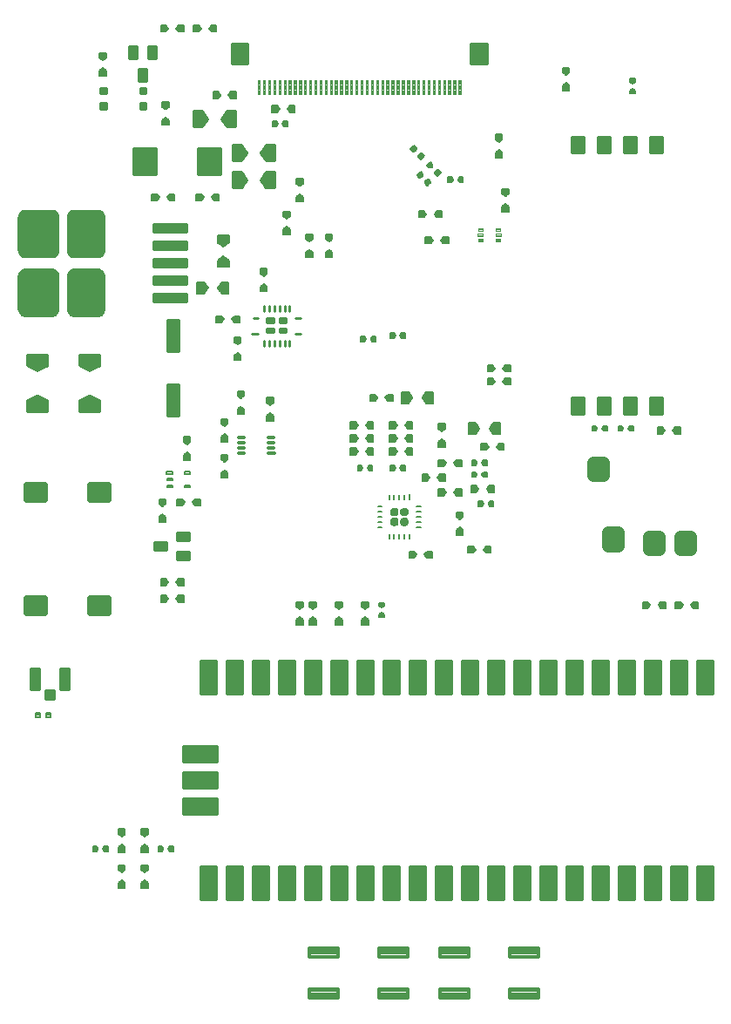
<source format=gtp>
G75*
%MOIN*%
%OFA0B0*%
%FSLAX25Y25*%
%IPPOS*%
%LPD*%
%AMOC8*
5,1,8,0,0,1.08239X$1,22.5*
%
%ADD10C,0.01654*%
%ADD11C,0.00945*%
%ADD12C,0.00500*%
%ADD13C,0.01181*%
%ADD14C,0.01000*%
%ADD15C,0.02362*%
%ADD16C,0.01535*%
%ADD17C,0.01606*%
%ADD18C,0.01200*%
%ADD19C,0.01240*%
%ADD20C,0.00443*%
%ADD21C,0.00402*%
%ADD22C,0.00396*%
%ADD23C,0.01633*%
%ADD24C,0.00709*%
%ADD25C,0.01417*%
%ADD26C,0.00787*%
%ADD27C,0.04331*%
%ADD28C,0.00984*%
%ADD29C,0.00800*%
D10*
X0234342Y0238260D02*
X0234342Y0243692D01*
X0238200Y0243692D01*
X0238200Y0238260D01*
X0234342Y0238260D01*
X0234342Y0239913D02*
X0238200Y0239913D01*
X0238200Y0241566D02*
X0234342Y0241566D01*
X0234342Y0243219D02*
X0238200Y0243219D01*
X0244342Y0243692D02*
X0244342Y0238260D01*
X0244342Y0243692D02*
X0248200Y0243692D01*
X0248200Y0238260D01*
X0244342Y0238260D01*
X0244342Y0239913D02*
X0248200Y0239913D01*
X0248200Y0241566D02*
X0244342Y0241566D01*
X0244342Y0243219D02*
X0248200Y0243219D01*
X0254342Y0243692D02*
X0254342Y0238260D01*
X0254342Y0243692D02*
X0258200Y0243692D01*
X0258200Y0238260D01*
X0254342Y0238260D01*
X0254342Y0239913D02*
X0258200Y0239913D01*
X0258200Y0241566D02*
X0254342Y0241566D01*
X0254342Y0243219D02*
X0258200Y0243219D01*
X0264342Y0243692D02*
X0264342Y0238260D01*
X0264342Y0243692D02*
X0268200Y0243692D01*
X0268200Y0238260D01*
X0264342Y0238260D01*
X0264342Y0239913D02*
X0268200Y0239913D01*
X0268200Y0241566D02*
X0264342Y0241566D01*
X0264342Y0243219D02*
X0268200Y0243219D01*
X0264342Y0338142D02*
X0264342Y0343574D01*
X0268200Y0343574D01*
X0268200Y0338142D01*
X0264342Y0338142D01*
X0264342Y0339795D02*
X0268200Y0339795D01*
X0268200Y0341448D02*
X0264342Y0341448D01*
X0264342Y0343101D02*
X0268200Y0343101D01*
X0254342Y0343574D02*
X0254342Y0338142D01*
X0254342Y0343574D02*
X0258200Y0343574D01*
X0258200Y0338142D01*
X0254342Y0338142D01*
X0254342Y0339795D02*
X0258200Y0339795D01*
X0258200Y0341448D02*
X0254342Y0341448D01*
X0254342Y0343101D02*
X0258200Y0343101D01*
X0244342Y0343574D02*
X0244342Y0338142D01*
X0244342Y0343574D02*
X0248200Y0343574D01*
X0248200Y0338142D01*
X0244342Y0338142D01*
X0244342Y0339795D02*
X0248200Y0339795D01*
X0248200Y0341448D02*
X0244342Y0341448D01*
X0244342Y0343101D02*
X0248200Y0343101D01*
X0234342Y0343574D02*
X0234342Y0338142D01*
X0234342Y0343574D02*
X0238200Y0343574D01*
X0238200Y0338142D01*
X0234342Y0338142D01*
X0234342Y0339795D02*
X0238200Y0339795D01*
X0238200Y0341448D02*
X0234342Y0341448D01*
X0234342Y0343101D02*
X0238200Y0343101D01*
D11*
X0120042Y0229002D02*
X0117640Y0229002D01*
X0120042Y0229002D02*
X0120042Y0228766D01*
X0117640Y0228766D01*
X0117640Y0229002D01*
X0117640Y0227033D02*
X0120042Y0227033D01*
X0120042Y0226797D01*
X0117640Y0226797D01*
X0117640Y0227033D01*
X0117640Y0225065D02*
X0120042Y0225065D01*
X0120042Y0224829D01*
X0117640Y0224829D01*
X0117640Y0225065D01*
X0117640Y0223096D02*
X0120436Y0223096D01*
X0120436Y0222860D01*
X0117640Y0222860D01*
X0117640Y0223096D01*
X0108625Y0222860D02*
X0106223Y0222860D01*
X0106223Y0223096D01*
X0108625Y0223096D01*
X0108625Y0222860D01*
X0108625Y0224829D02*
X0106223Y0224829D01*
X0106223Y0225065D01*
X0108625Y0225065D01*
X0108625Y0224829D01*
X0108625Y0226797D02*
X0106223Y0226797D01*
X0106223Y0227033D01*
X0108625Y0227033D01*
X0108625Y0226797D01*
X0108625Y0228766D02*
X0106223Y0228766D01*
X0106223Y0229002D01*
X0108625Y0229002D01*
X0108625Y0228766D01*
X0071096Y0354486D02*
X0068890Y0354486D01*
X0068890Y0356692D01*
X0071096Y0356692D01*
X0071096Y0354486D01*
X0071096Y0355430D02*
X0068890Y0355430D01*
X0068890Y0356374D02*
X0071096Y0356374D01*
X0071096Y0360391D02*
X0068890Y0360391D01*
X0068890Y0362597D01*
X0071096Y0362597D01*
X0071096Y0360391D01*
X0071096Y0361335D02*
X0068890Y0361335D01*
X0068890Y0362279D02*
X0071096Y0362279D01*
X0055846Y0360391D02*
X0053640Y0360391D01*
X0053640Y0362597D01*
X0055846Y0362597D01*
X0055846Y0360391D01*
X0055846Y0361335D02*
X0053640Y0361335D01*
X0053640Y0362279D02*
X0055846Y0362279D01*
X0055846Y0354486D02*
X0053640Y0354486D01*
X0053640Y0356692D01*
X0055846Y0356692D01*
X0055846Y0354486D01*
X0055846Y0355430D02*
X0053640Y0355430D01*
X0053640Y0356374D02*
X0055846Y0356374D01*
D12*
X0050916Y0072494D02*
X0050916Y0070619D01*
X0052166Y0070619D01*
X0052791Y0071556D01*
X0052166Y0072494D01*
X0050916Y0072494D01*
X0050916Y0072471D02*
X0052181Y0072471D01*
X0052513Y0071973D02*
X0050916Y0071973D01*
X0050916Y0071474D02*
X0052736Y0071474D01*
X0052404Y0070976D02*
X0050916Y0070976D01*
X0054666Y0071556D02*
X0055291Y0072494D01*
X0056541Y0072494D01*
X0056541Y0070619D01*
X0055291Y0070619D01*
X0054666Y0071556D01*
X0054720Y0071474D02*
X0056541Y0071474D01*
X0056541Y0070976D02*
X0055053Y0070976D01*
X0054943Y0071973D02*
X0056541Y0071973D01*
X0056541Y0072471D02*
X0055276Y0072471D01*
X0060633Y0072181D02*
X0060633Y0070306D01*
X0063133Y0070306D01*
X0063133Y0072181D01*
X0061883Y0073119D01*
X0060633Y0072181D01*
X0060633Y0071973D02*
X0063133Y0071973D01*
X0063133Y0071474D02*
X0060633Y0071474D01*
X0060633Y0070976D02*
X0063133Y0070976D01*
X0063133Y0070477D02*
X0060633Y0070477D01*
X0061020Y0072471D02*
X0062746Y0072471D01*
X0062081Y0072970D02*
X0061684Y0072970D01*
X0061883Y0076244D02*
X0060633Y0077181D01*
X0060633Y0079056D01*
X0063133Y0079056D01*
X0063133Y0077181D01*
X0061883Y0076244D01*
X0062170Y0076459D02*
X0061595Y0076459D01*
X0060931Y0076958D02*
X0062835Y0076958D01*
X0063133Y0077456D02*
X0060633Y0077456D01*
X0060633Y0077955D02*
X0063133Y0077955D01*
X0063133Y0078453D02*
X0060633Y0078453D01*
X0060633Y0078952D02*
X0063133Y0078952D01*
X0069383Y0078952D02*
X0071883Y0078952D01*
X0071883Y0079056D02*
X0071883Y0077181D01*
X0070633Y0076244D01*
X0069383Y0077181D01*
X0069383Y0079056D01*
X0071883Y0079056D01*
X0071883Y0078453D02*
X0069383Y0078453D01*
X0069383Y0077955D02*
X0071883Y0077955D01*
X0071883Y0077456D02*
X0069383Y0077456D01*
X0069681Y0076958D02*
X0071585Y0076958D01*
X0070920Y0076459D02*
X0070345Y0076459D01*
X0070633Y0073119D02*
X0071883Y0072181D01*
X0071883Y0070306D01*
X0069383Y0070306D01*
X0069383Y0072181D01*
X0070633Y0073119D01*
X0070831Y0072970D02*
X0070434Y0072970D01*
X0069770Y0072471D02*
X0071496Y0072471D01*
X0071883Y0071973D02*
X0069383Y0071973D01*
X0069383Y0071474D02*
X0071883Y0071474D01*
X0071883Y0070976D02*
X0069383Y0070976D01*
X0069383Y0070477D02*
X0071883Y0070477D01*
X0075945Y0070619D02*
X0075945Y0072494D01*
X0077195Y0072494D01*
X0077820Y0071556D01*
X0077195Y0070619D01*
X0075945Y0070619D01*
X0075945Y0070976D02*
X0077433Y0070976D01*
X0077766Y0071474D02*
X0075945Y0071474D01*
X0075945Y0071973D02*
X0077543Y0071973D01*
X0077210Y0072471D02*
X0075945Y0072471D01*
X0079695Y0071556D02*
X0080320Y0070619D01*
X0081570Y0070619D01*
X0081570Y0072494D01*
X0080320Y0072494D01*
X0079695Y0071556D01*
X0079750Y0071474D02*
X0081570Y0071474D01*
X0081570Y0070976D02*
X0080082Y0070976D01*
X0079973Y0071973D02*
X0081570Y0071973D01*
X0081570Y0072471D02*
X0080305Y0072471D01*
X0071853Y0065306D02*
X0069353Y0065306D01*
X0069353Y0063431D01*
X0070603Y0062494D01*
X0071853Y0063431D01*
X0071853Y0065306D01*
X0071853Y0064994D02*
X0069353Y0064994D01*
X0069353Y0064495D02*
X0071853Y0064495D01*
X0071853Y0063997D02*
X0069353Y0063997D01*
X0069353Y0063498D02*
X0071853Y0063498D01*
X0071278Y0062999D02*
X0069929Y0062999D01*
X0070593Y0062501D02*
X0070613Y0062501D01*
X0070603Y0059369D02*
X0071853Y0058431D01*
X0071853Y0056556D01*
X0069353Y0056556D01*
X0069353Y0058431D01*
X0070603Y0059369D01*
X0070127Y0059011D02*
X0071080Y0059011D01*
X0071744Y0058513D02*
X0069462Y0058513D01*
X0069353Y0058014D02*
X0071853Y0058014D01*
X0071853Y0057516D02*
X0069353Y0057516D01*
X0069353Y0057017D02*
X0071853Y0057017D01*
X0063103Y0057017D02*
X0060603Y0057017D01*
X0060603Y0056556D02*
X0060603Y0058431D01*
X0061853Y0059369D01*
X0063103Y0058431D01*
X0063103Y0056556D01*
X0060603Y0056556D01*
X0060603Y0057516D02*
X0063103Y0057516D01*
X0063103Y0058014D02*
X0060603Y0058014D01*
X0060712Y0058513D02*
X0062994Y0058513D01*
X0062330Y0059011D02*
X0061377Y0059011D01*
X0061853Y0062494D02*
X0060603Y0063431D01*
X0060603Y0065306D01*
X0063103Y0065306D01*
X0063103Y0063431D01*
X0061853Y0062494D01*
X0061843Y0062501D02*
X0061863Y0062501D01*
X0062528Y0062999D02*
X0061179Y0062999D01*
X0060603Y0063498D02*
X0063103Y0063498D01*
X0063103Y0063997D02*
X0060603Y0063997D01*
X0060603Y0064495D02*
X0063103Y0064495D01*
X0063103Y0064994D02*
X0060603Y0064994D01*
X0128743Y0157166D02*
X0128743Y0159041D01*
X0129993Y0159979D01*
X0131243Y0159041D01*
X0131243Y0157166D01*
X0128743Y0157166D01*
X0128743Y0157218D02*
X0131243Y0157218D01*
X0131243Y0157717D02*
X0128743Y0157717D01*
X0128743Y0158215D02*
X0131243Y0158215D01*
X0131243Y0158714D02*
X0128743Y0158714D01*
X0128971Y0159212D02*
X0131015Y0159212D01*
X0130351Y0159711D02*
X0129635Y0159711D01*
X0129993Y0163104D02*
X0128743Y0164041D01*
X0128743Y0165916D01*
X0131243Y0165916D01*
X0131243Y0164041D01*
X0129993Y0163104D01*
X0129864Y0163200D02*
X0130122Y0163200D01*
X0130786Y0163699D02*
X0129200Y0163699D01*
X0128743Y0164197D02*
X0131243Y0164197D01*
X0131243Y0164696D02*
X0128743Y0164696D01*
X0128743Y0165194D02*
X0131243Y0165194D01*
X0131243Y0165693D02*
X0128743Y0165693D01*
X0133743Y0165693D02*
X0136243Y0165693D01*
X0136243Y0165916D02*
X0133743Y0165916D01*
X0133743Y0164041D01*
X0134993Y0163104D01*
X0136243Y0164041D01*
X0136243Y0165916D01*
X0136243Y0165194D02*
X0133743Y0165194D01*
X0133743Y0164696D02*
X0136243Y0164696D01*
X0136243Y0164197D02*
X0133743Y0164197D01*
X0134200Y0163699D02*
X0135786Y0163699D01*
X0135122Y0163200D02*
X0134864Y0163200D01*
X0134993Y0159979D02*
X0133743Y0159041D01*
X0133743Y0157166D01*
X0136243Y0157166D01*
X0136243Y0159041D01*
X0134993Y0159979D01*
X0134635Y0159711D02*
X0135351Y0159711D01*
X0136015Y0159212D02*
X0133971Y0159212D01*
X0133743Y0158714D02*
X0136243Y0158714D01*
X0136243Y0158215D02*
X0133743Y0158215D01*
X0133743Y0157717D02*
X0136243Y0157717D01*
X0136243Y0157218D02*
X0133743Y0157218D01*
X0143743Y0157218D02*
X0146243Y0157218D01*
X0146243Y0157166D02*
X0143743Y0157166D01*
X0143743Y0159041D01*
X0144993Y0159979D01*
X0146243Y0159041D01*
X0146243Y0157166D01*
X0146243Y0157717D02*
X0143743Y0157717D01*
X0143743Y0158215D02*
X0146243Y0158215D01*
X0146243Y0158714D02*
X0143743Y0158714D01*
X0143971Y0159212D02*
X0146015Y0159212D01*
X0145351Y0159711D02*
X0144635Y0159711D01*
X0144993Y0163104D02*
X0143743Y0164041D01*
X0143743Y0165916D01*
X0146243Y0165916D01*
X0146243Y0164041D01*
X0144993Y0163104D01*
X0144864Y0163200D02*
X0145122Y0163200D01*
X0145786Y0163699D02*
X0144200Y0163699D01*
X0143743Y0164197D02*
X0146243Y0164197D01*
X0146243Y0164696D02*
X0143743Y0164696D01*
X0143743Y0165194D02*
X0146243Y0165194D01*
X0146243Y0165693D02*
X0143743Y0165693D01*
X0153743Y0165693D02*
X0156243Y0165693D01*
X0156243Y0165916D02*
X0153743Y0165916D01*
X0153743Y0164041D01*
X0154993Y0163104D01*
X0156243Y0164041D01*
X0156243Y0165916D01*
X0156243Y0165194D02*
X0153743Y0165194D01*
X0153743Y0164696D02*
X0156243Y0164696D01*
X0156243Y0164197D02*
X0153743Y0164197D01*
X0154200Y0163699D02*
X0155786Y0163699D01*
X0155122Y0163200D02*
X0154864Y0163200D01*
X0154993Y0159979D02*
X0156243Y0159041D01*
X0156243Y0157166D01*
X0153743Y0157166D01*
X0153743Y0159041D01*
X0154993Y0159979D01*
X0154635Y0159711D02*
X0155351Y0159711D01*
X0156015Y0159212D02*
X0153971Y0159212D01*
X0153743Y0158714D02*
X0156243Y0158714D01*
X0156243Y0158215D02*
X0153743Y0158215D01*
X0153743Y0157717D02*
X0156243Y0157717D01*
X0156243Y0157218D02*
X0153743Y0157218D01*
X0160306Y0159979D02*
X0160306Y0161229D01*
X0161243Y0161854D01*
X0162181Y0161229D01*
X0162181Y0159979D01*
X0160306Y0159979D01*
X0160306Y0160209D02*
X0162181Y0160209D01*
X0162181Y0160708D02*
X0160306Y0160708D01*
X0160306Y0161206D02*
X0162181Y0161206D01*
X0161467Y0161705D02*
X0161019Y0161705D01*
X0161243Y0163729D02*
X0160306Y0164354D01*
X0160306Y0165604D01*
X0162181Y0165604D01*
X0162181Y0164354D01*
X0161243Y0163729D01*
X0160540Y0164197D02*
X0161946Y0164197D01*
X0162181Y0164696D02*
X0160306Y0164696D01*
X0160306Y0165194D02*
X0162181Y0165194D01*
X0171868Y0182791D02*
X0171868Y0185291D01*
X0173743Y0185291D01*
X0174681Y0184041D01*
X0173743Y0182791D01*
X0171868Y0182791D01*
X0171868Y0183141D02*
X0174005Y0183141D01*
X0174379Y0183639D02*
X0171868Y0183639D01*
X0171868Y0184138D02*
X0174608Y0184138D01*
X0174234Y0184636D02*
X0171868Y0184636D01*
X0171868Y0185135D02*
X0173860Y0185135D01*
X0177806Y0184041D02*
X0178743Y0182791D01*
X0180618Y0182791D01*
X0180618Y0185291D01*
X0178743Y0185291D01*
X0177806Y0184041D01*
X0177878Y0184138D02*
X0180618Y0184138D01*
X0180618Y0184636D02*
X0178252Y0184636D01*
X0178626Y0185135D02*
X0180618Y0185135D01*
X0180618Y0183639D02*
X0178107Y0183639D01*
X0178481Y0183141D02*
X0180618Y0183141D01*
X0189993Y0191556D02*
X0189993Y0193431D01*
X0191243Y0194369D01*
X0192493Y0193431D01*
X0192493Y0191556D01*
X0189993Y0191556D01*
X0189993Y0191615D02*
X0192493Y0191615D01*
X0192493Y0192114D02*
X0189993Y0192114D01*
X0189993Y0192612D02*
X0192493Y0192612D01*
X0192493Y0193111D02*
X0189993Y0193111D01*
X0190231Y0193609D02*
X0192255Y0193609D01*
X0191591Y0194108D02*
X0190896Y0194108D01*
X0191243Y0197494D02*
X0189993Y0198431D01*
X0189993Y0200306D01*
X0192493Y0200306D01*
X0192493Y0198431D01*
X0191243Y0197494D01*
X0191104Y0197598D02*
X0191382Y0197598D01*
X0192046Y0198096D02*
X0190440Y0198096D01*
X0189993Y0198595D02*
X0192493Y0198595D01*
X0192493Y0199093D02*
X0189993Y0199093D01*
X0189993Y0199592D02*
X0192493Y0199592D01*
X0192493Y0200090D02*
X0189993Y0200090D01*
X0189993Y0206541D02*
X0189056Y0207791D01*
X0189993Y0209041D01*
X0191868Y0209041D01*
X0191868Y0206541D01*
X0189993Y0206541D01*
X0189971Y0206571D02*
X0191868Y0206571D01*
X0191868Y0207069D02*
X0189597Y0207069D01*
X0189223Y0207568D02*
X0191868Y0207568D01*
X0191868Y0208066D02*
X0189262Y0208066D01*
X0189636Y0208565D02*
X0191868Y0208565D01*
X0195618Y0208565D02*
X0198051Y0208565D01*
X0198425Y0209063D02*
X0195618Y0209063D01*
X0195618Y0209562D02*
X0198062Y0209562D01*
X0198431Y0209071D02*
X0197493Y0207821D01*
X0195618Y0207821D01*
X0195618Y0210321D01*
X0197493Y0210321D01*
X0198431Y0209071D01*
X0197688Y0210060D02*
X0195618Y0210060D01*
X0195618Y0208066D02*
X0197677Y0208066D01*
X0198431Y0204369D02*
X0199681Y0204369D01*
X0200306Y0203431D01*
X0199681Y0202494D01*
X0198431Y0202494D01*
X0198431Y0204369D01*
X0198431Y0204078D02*
X0199874Y0204078D01*
X0200206Y0203580D02*
X0198431Y0203580D01*
X0198431Y0203081D02*
X0200072Y0203081D01*
X0199740Y0202583D02*
X0198431Y0202583D01*
X0202181Y0203431D02*
X0202806Y0204369D01*
X0204056Y0204369D01*
X0204056Y0202494D01*
X0202806Y0202494D01*
X0202181Y0203431D01*
X0202280Y0203580D02*
X0204056Y0203580D01*
X0204056Y0204078D02*
X0202612Y0204078D01*
X0202414Y0203081D02*
X0204056Y0203081D01*
X0204056Y0202583D02*
X0202746Y0202583D01*
X0202493Y0207821D02*
X0201556Y0209071D01*
X0202493Y0210321D01*
X0204368Y0210321D01*
X0204368Y0207821D01*
X0202493Y0207821D01*
X0202309Y0208066D02*
X0204368Y0208066D01*
X0204368Y0208565D02*
X0201935Y0208565D01*
X0201561Y0209063D02*
X0204368Y0209063D01*
X0204368Y0209562D02*
X0201924Y0209562D01*
X0202298Y0210060D02*
X0204368Y0210060D01*
X0201556Y0213729D02*
X0200306Y0213729D01*
X0199681Y0214666D01*
X0200306Y0215604D01*
X0201556Y0215604D01*
X0201556Y0213729D01*
X0201556Y0214048D02*
X0200092Y0214048D01*
X0199760Y0214547D02*
X0201556Y0214547D01*
X0201556Y0215045D02*
X0199933Y0215045D01*
X0200266Y0215544D02*
X0201556Y0215544D01*
X0201556Y0218133D02*
X0201556Y0220008D01*
X0200306Y0220008D01*
X0199681Y0219071D01*
X0200306Y0218133D01*
X0201556Y0218133D01*
X0201556Y0218535D02*
X0200038Y0218535D01*
X0199705Y0219034D02*
X0201556Y0219034D01*
X0201556Y0219532D02*
X0199988Y0219532D01*
X0197806Y0219071D02*
X0197181Y0220008D01*
X0195931Y0220008D01*
X0195931Y0218133D01*
X0197181Y0218133D01*
X0197806Y0219071D01*
X0197781Y0219034D02*
X0195931Y0219034D01*
X0195931Y0219532D02*
X0197498Y0219532D01*
X0197448Y0218535D02*
X0195931Y0218535D01*
X0195931Y0215604D02*
X0195931Y0213729D01*
X0197181Y0213729D01*
X0197806Y0214666D01*
X0197181Y0215604D01*
X0195931Y0215604D01*
X0195931Y0215544D02*
X0197220Y0215544D01*
X0197553Y0215045D02*
X0195931Y0215045D01*
X0195931Y0214547D02*
X0197726Y0214547D01*
X0197394Y0214048D02*
X0195931Y0214048D01*
X0191883Y0217806D02*
X0190008Y0217806D01*
X0189070Y0219056D01*
X0190008Y0220306D01*
X0191883Y0220306D01*
X0191883Y0217806D01*
X0191883Y0218037D02*
X0189835Y0218037D01*
X0189461Y0218535D02*
X0191883Y0218535D01*
X0191883Y0219034D02*
X0189087Y0219034D01*
X0189427Y0219532D02*
X0191883Y0219532D01*
X0191883Y0220031D02*
X0189801Y0220031D01*
X0185945Y0219056D02*
X0185008Y0217806D01*
X0183133Y0217806D01*
X0183133Y0220306D01*
X0185008Y0220306D01*
X0185945Y0219056D01*
X0185928Y0219034D02*
X0183133Y0219034D01*
X0183133Y0219532D02*
X0185588Y0219532D01*
X0185214Y0220031D02*
X0183133Y0220031D01*
X0183133Y0218535D02*
X0185554Y0218535D01*
X0185181Y0218037D02*
X0183133Y0218037D01*
X0183743Y0214666D02*
X0182806Y0213416D01*
X0183743Y0212166D01*
X0185618Y0212166D01*
X0185618Y0214666D01*
X0183743Y0214666D01*
X0183653Y0214547D02*
X0185618Y0214547D01*
X0185618Y0214048D02*
X0183280Y0214048D01*
X0182906Y0213550D02*
X0185618Y0213550D01*
X0185618Y0213051D02*
X0183079Y0213051D01*
X0183453Y0212553D02*
X0185618Y0212553D01*
X0184993Y0209041D02*
X0185931Y0207791D01*
X0184993Y0206541D01*
X0183118Y0206541D01*
X0183118Y0209041D01*
X0184993Y0209041D01*
X0185350Y0208565D02*
X0183118Y0208565D01*
X0183118Y0208066D02*
X0185724Y0208066D01*
X0185763Y0207568D02*
X0183118Y0207568D01*
X0183118Y0207069D02*
X0185389Y0207069D01*
X0185015Y0206571D02*
X0183118Y0206571D01*
X0178743Y0212166D02*
X0176868Y0212166D01*
X0176868Y0214666D01*
X0178743Y0214666D01*
X0179681Y0213416D01*
X0178743Y0212166D01*
X0179033Y0212553D02*
X0176868Y0212553D01*
X0176868Y0213051D02*
X0179407Y0213051D01*
X0179580Y0213550D02*
X0176868Y0213550D01*
X0176868Y0214048D02*
X0179206Y0214048D01*
X0178833Y0214547D02*
X0176868Y0214547D01*
X0173118Y0222181D02*
X0173118Y0224681D01*
X0171243Y0224681D01*
X0170306Y0223431D01*
X0171243Y0222181D01*
X0173118Y0222181D01*
X0173118Y0222523D02*
X0170987Y0222523D01*
X0170613Y0223022D02*
X0173118Y0223022D01*
X0173118Y0223520D02*
X0170372Y0223520D01*
X0170746Y0224019D02*
X0173118Y0224019D01*
X0173118Y0224517D02*
X0171120Y0224517D01*
X0171243Y0227181D02*
X0170306Y0228431D01*
X0171243Y0229681D01*
X0173118Y0229681D01*
X0173118Y0227181D01*
X0171243Y0227181D01*
X0170998Y0227508D02*
X0173118Y0227508D01*
X0173118Y0228007D02*
X0170624Y0228007D01*
X0170361Y0228505D02*
X0173118Y0228505D01*
X0173118Y0229004D02*
X0170735Y0229004D01*
X0171109Y0229502D02*
X0173118Y0229502D01*
X0173118Y0232181D02*
X0171243Y0232181D01*
X0170306Y0233431D01*
X0171243Y0234681D01*
X0173118Y0234681D01*
X0173118Y0232181D01*
X0173118Y0232493D02*
X0171009Y0232493D01*
X0170635Y0232992D02*
X0173118Y0232992D01*
X0173118Y0233490D02*
X0170350Y0233490D01*
X0170724Y0233989D02*
X0173118Y0233989D01*
X0173118Y0234487D02*
X0171098Y0234487D01*
X0167181Y0233431D02*
X0166243Y0232181D01*
X0164368Y0232181D01*
X0164368Y0234681D01*
X0166243Y0234681D01*
X0167181Y0233431D01*
X0167136Y0233490D02*
X0164368Y0233490D01*
X0164368Y0232992D02*
X0166851Y0232992D01*
X0166477Y0232493D02*
X0164368Y0232493D01*
X0164368Y0233989D02*
X0166762Y0233989D01*
X0166388Y0234487D02*
X0164368Y0234487D01*
X0164368Y0229681D02*
X0166243Y0229681D01*
X0167181Y0228431D01*
X0166243Y0227181D01*
X0164368Y0227181D01*
X0164368Y0229681D01*
X0164368Y0229502D02*
X0166377Y0229502D01*
X0166751Y0229004D02*
X0164368Y0229004D01*
X0164368Y0228505D02*
X0167125Y0228505D01*
X0166862Y0228007D02*
X0164368Y0228007D01*
X0164368Y0227508D02*
X0166488Y0227508D01*
X0166243Y0224681D02*
X0164368Y0224681D01*
X0164368Y0222181D01*
X0166243Y0222181D01*
X0167181Y0223431D01*
X0166243Y0224681D01*
X0166366Y0224517D02*
X0164368Y0224517D01*
X0164368Y0224019D02*
X0166740Y0224019D01*
X0167114Y0223520D02*
X0164368Y0223520D01*
X0164368Y0223022D02*
X0166873Y0223022D01*
X0166500Y0222523D02*
X0164368Y0222523D01*
X0164681Y0218119D02*
X0165931Y0218119D01*
X0166556Y0217181D01*
X0165931Y0216244D01*
X0164681Y0216244D01*
X0164681Y0218119D01*
X0164681Y0218037D02*
X0165985Y0218037D01*
X0166318Y0217538D02*
X0164681Y0217538D01*
X0164681Y0217039D02*
X0166461Y0217039D01*
X0166129Y0216541D02*
X0164681Y0216541D01*
X0168431Y0217181D02*
X0169056Y0218119D01*
X0170306Y0218119D01*
X0170306Y0216244D01*
X0169056Y0216244D01*
X0168431Y0217181D01*
X0168525Y0217039D02*
X0170306Y0217039D01*
X0170306Y0216541D02*
X0168857Y0216541D01*
X0168668Y0217538D02*
X0170306Y0217538D01*
X0170306Y0218037D02*
X0169001Y0218037D01*
X0157806Y0218037D02*
X0156501Y0218037D01*
X0156556Y0218119D02*
X0157806Y0218119D01*
X0157806Y0216244D01*
X0156556Y0216244D01*
X0155931Y0217181D01*
X0156556Y0218119D01*
X0156168Y0217538D02*
X0157806Y0217538D01*
X0157806Y0217039D02*
X0156025Y0217039D01*
X0156357Y0216541D02*
X0157806Y0216541D01*
X0154056Y0217181D02*
X0153431Y0218119D01*
X0152181Y0218119D01*
X0152181Y0216244D01*
X0153431Y0216244D01*
X0154056Y0217181D01*
X0153961Y0217039D02*
X0152181Y0217039D01*
X0152181Y0216541D02*
X0153629Y0216541D01*
X0153818Y0217538D02*
X0152181Y0217538D01*
X0152181Y0218037D02*
X0153485Y0218037D01*
X0151243Y0222181D02*
X0152181Y0223431D01*
X0151243Y0224681D01*
X0149368Y0224681D01*
X0149368Y0222181D01*
X0151243Y0222181D01*
X0151500Y0222523D02*
X0149368Y0222523D01*
X0149368Y0223022D02*
X0151873Y0223022D01*
X0152114Y0223520D02*
X0149368Y0223520D01*
X0149368Y0224019D02*
X0151740Y0224019D01*
X0151366Y0224517D02*
X0149368Y0224517D01*
X0149368Y0227196D02*
X0149368Y0229696D01*
X0151243Y0229696D01*
X0152181Y0228446D01*
X0151243Y0227196D01*
X0149368Y0227196D01*
X0149368Y0227508D02*
X0151477Y0227508D01*
X0151851Y0228007D02*
X0149368Y0228007D01*
X0149368Y0228505D02*
X0152136Y0228505D01*
X0151762Y0229004D02*
X0149368Y0229004D01*
X0149368Y0229502D02*
X0151388Y0229502D01*
X0151243Y0232181D02*
X0149368Y0232181D01*
X0149368Y0234681D01*
X0151243Y0234681D01*
X0152181Y0233431D01*
X0151243Y0232181D01*
X0151477Y0232493D02*
X0149368Y0232493D01*
X0149368Y0232992D02*
X0151851Y0232992D01*
X0152136Y0233490D02*
X0149368Y0233490D01*
X0149368Y0233989D02*
X0151762Y0233989D01*
X0151388Y0234487D02*
X0149368Y0234487D01*
X0155306Y0233431D02*
X0156243Y0234681D01*
X0158118Y0234681D01*
X0158118Y0232181D01*
X0156243Y0232181D01*
X0155306Y0233431D01*
X0155350Y0233490D02*
X0158118Y0233490D01*
X0158118Y0232992D02*
X0155635Y0232992D01*
X0156009Y0232493D02*
X0158118Y0232493D01*
X0158118Y0233989D02*
X0155724Y0233989D01*
X0156098Y0234487D02*
X0158118Y0234487D01*
X0158118Y0229696D02*
X0158118Y0227196D01*
X0156243Y0227196D01*
X0155306Y0228446D01*
X0156243Y0229696D01*
X0158118Y0229696D01*
X0158118Y0229502D02*
X0156098Y0229502D01*
X0155724Y0229004D02*
X0158118Y0229004D01*
X0158118Y0228505D02*
X0155350Y0228505D01*
X0155635Y0228007D02*
X0158118Y0228007D01*
X0158118Y0227508D02*
X0156009Y0227508D01*
X0156243Y0224681D02*
X0155306Y0223431D01*
X0156243Y0222181D01*
X0158118Y0222181D01*
X0158118Y0224681D01*
X0156243Y0224681D01*
X0156120Y0224517D02*
X0158118Y0224517D01*
X0158118Y0224019D02*
X0155746Y0224019D01*
X0155372Y0223520D02*
X0158118Y0223520D01*
X0158118Y0223022D02*
X0155613Y0223022D01*
X0155987Y0222523D02*
X0158118Y0222523D01*
X0169056Y0241883D02*
X0169056Y0246258D01*
X0171556Y0246258D01*
X0173118Y0244071D01*
X0171556Y0241883D01*
X0169056Y0241883D01*
X0169056Y0241965D02*
X0171614Y0241965D01*
X0171970Y0242464D02*
X0169056Y0242464D01*
X0169056Y0242962D02*
X0172326Y0242962D01*
X0172682Y0243461D02*
X0169056Y0243461D01*
X0169056Y0243959D02*
X0173038Y0243959D01*
X0172842Y0244458D02*
X0169056Y0244458D01*
X0169056Y0244956D02*
X0172486Y0244956D01*
X0172130Y0245455D02*
X0169056Y0245455D01*
X0169056Y0245953D02*
X0171774Y0245953D01*
X0176868Y0244071D02*
X0178431Y0241883D01*
X0180931Y0241883D01*
X0180931Y0246258D01*
X0178431Y0246258D01*
X0176868Y0244071D01*
X0176948Y0243959D02*
X0180931Y0243959D01*
X0180931Y0243461D02*
X0177304Y0243461D01*
X0177660Y0242962D02*
X0180931Y0242962D01*
X0180931Y0242464D02*
X0178016Y0242464D01*
X0178372Y0241965D02*
X0180931Y0241965D01*
X0180931Y0244458D02*
X0177144Y0244458D01*
X0177500Y0244956D02*
X0180931Y0244956D01*
X0180931Y0245455D02*
X0177856Y0245455D01*
X0178213Y0245953D02*
X0180931Y0245953D01*
X0183118Y0234056D02*
X0185618Y0234056D01*
X0185618Y0232181D01*
X0184368Y0231244D01*
X0183118Y0232181D01*
X0183118Y0234056D01*
X0183118Y0233989D02*
X0185618Y0233989D01*
X0185618Y0233490D02*
X0183118Y0233490D01*
X0183118Y0232992D02*
X0185618Y0232992D01*
X0185618Y0232493D02*
X0183118Y0232493D01*
X0183366Y0231995D02*
X0185370Y0231995D01*
X0184705Y0231496D02*
X0184031Y0231496D01*
X0184368Y0228119D02*
X0185618Y0227181D01*
X0185618Y0225306D01*
X0183118Y0225306D01*
X0183118Y0227181D01*
X0184368Y0228119D01*
X0184219Y0228007D02*
X0184517Y0228007D01*
X0185182Y0227508D02*
X0183554Y0227508D01*
X0183118Y0227010D02*
X0185618Y0227010D01*
X0185618Y0226511D02*
X0183118Y0226511D01*
X0183118Y0226013D02*
X0185618Y0226013D01*
X0185618Y0225514D02*
X0183118Y0225514D01*
X0194695Y0229994D02*
X0194695Y0234369D01*
X0197195Y0234369D01*
X0198758Y0232181D01*
X0197195Y0229994D01*
X0194695Y0229994D01*
X0194695Y0230001D02*
X0197200Y0230001D01*
X0197557Y0230499D02*
X0194695Y0230499D01*
X0194695Y0230998D02*
X0197913Y0230998D01*
X0198269Y0231496D02*
X0194695Y0231496D01*
X0194695Y0231995D02*
X0198625Y0231995D01*
X0198535Y0232493D02*
X0194695Y0232493D01*
X0194695Y0232992D02*
X0198179Y0232992D01*
X0197823Y0233490D02*
X0194695Y0233490D01*
X0194695Y0233989D02*
X0197467Y0233989D01*
X0202508Y0232181D02*
X0204070Y0234369D01*
X0206570Y0234369D01*
X0206570Y0229994D01*
X0204070Y0229994D01*
X0202508Y0232181D01*
X0202641Y0231995D02*
X0206570Y0231995D01*
X0206570Y0232493D02*
X0202731Y0232493D01*
X0203087Y0232992D02*
X0206570Y0232992D01*
X0206570Y0233490D02*
X0203443Y0233490D01*
X0203799Y0233989D02*
X0206570Y0233989D01*
X0206570Y0231496D02*
X0202997Y0231496D01*
X0203353Y0230998D02*
X0206570Y0230998D01*
X0206570Y0230499D02*
X0203709Y0230499D01*
X0204065Y0230001D02*
X0206570Y0230001D01*
X0206243Y0226541D02*
X0205306Y0225291D01*
X0206243Y0224041D01*
X0208118Y0224041D01*
X0208118Y0226541D01*
X0206243Y0226541D01*
X0206220Y0226511D02*
X0208118Y0226511D01*
X0208118Y0226013D02*
X0205847Y0226013D01*
X0205473Y0225514D02*
X0208118Y0225514D01*
X0208118Y0225016D02*
X0205512Y0225016D01*
X0205886Y0224517D02*
X0208118Y0224517D01*
X0202181Y0225291D02*
X0201243Y0224041D01*
X0199368Y0224041D01*
X0199368Y0226541D01*
X0201243Y0226541D01*
X0202181Y0225291D01*
X0202013Y0225514D02*
X0199368Y0225514D01*
X0199368Y0225016D02*
X0201974Y0225016D01*
X0201600Y0224517D02*
X0199368Y0224517D01*
X0199368Y0226013D02*
X0201640Y0226013D01*
X0201266Y0226511D02*
X0199368Y0226511D01*
X0201868Y0249041D02*
X0201868Y0251541D01*
X0203743Y0251541D01*
X0204681Y0250291D01*
X0203743Y0249041D01*
X0201868Y0249041D01*
X0201868Y0249443D02*
X0204044Y0249443D01*
X0204418Y0249941D02*
X0201868Y0249941D01*
X0201868Y0250440D02*
X0204569Y0250440D01*
X0204195Y0250938D02*
X0201868Y0250938D01*
X0201868Y0251437D02*
X0203821Y0251437D01*
X0203743Y0254041D02*
X0201868Y0254041D01*
X0201868Y0256541D01*
X0203743Y0256541D01*
X0204681Y0255291D01*
X0203743Y0254041D01*
X0204033Y0254428D02*
X0201868Y0254428D01*
X0201868Y0254926D02*
X0204407Y0254926D01*
X0204580Y0255425D02*
X0201868Y0255425D01*
X0201868Y0255923D02*
X0204207Y0255923D01*
X0203833Y0256422D02*
X0201868Y0256422D01*
X0207806Y0255291D02*
X0208743Y0254041D01*
X0210618Y0254041D01*
X0210618Y0256541D01*
X0208743Y0256541D01*
X0207806Y0255291D01*
X0207906Y0255425D02*
X0210618Y0255425D01*
X0210618Y0255923D02*
X0208280Y0255923D01*
X0208653Y0256422D02*
X0210618Y0256422D01*
X0210618Y0254926D02*
X0208079Y0254926D01*
X0208453Y0254428D02*
X0210618Y0254428D01*
X0210618Y0251541D02*
X0208743Y0251541D01*
X0207806Y0250291D01*
X0208743Y0249041D01*
X0210618Y0249041D01*
X0210618Y0251541D01*
X0210618Y0251437D02*
X0208665Y0251437D01*
X0208291Y0250938D02*
X0210618Y0250938D01*
X0210618Y0250440D02*
X0207917Y0250440D01*
X0208068Y0249941D02*
X0210618Y0249941D01*
X0210618Y0249443D02*
X0208442Y0249443D01*
X0241931Y0233229D02*
X0243181Y0233229D01*
X0243806Y0232291D01*
X0243181Y0231354D01*
X0241931Y0231354D01*
X0241931Y0233229D01*
X0241931Y0232992D02*
X0243339Y0232992D01*
X0243671Y0232493D02*
X0241931Y0232493D01*
X0241931Y0231995D02*
X0243608Y0231995D01*
X0243276Y0231496D02*
X0241931Y0231496D01*
X0245681Y0232291D02*
X0246306Y0233229D01*
X0247556Y0233229D01*
X0247556Y0231354D01*
X0246306Y0231354D01*
X0245681Y0232291D01*
X0245815Y0232493D02*
X0247556Y0232493D01*
X0247556Y0231995D02*
X0245878Y0231995D01*
X0246211Y0231496D02*
X0247556Y0231496D01*
X0247556Y0232992D02*
X0246148Y0232992D01*
X0251931Y0232992D02*
X0253339Y0232992D01*
X0253181Y0233229D02*
X0253806Y0232291D01*
X0253181Y0231354D01*
X0251931Y0231354D01*
X0251931Y0233229D01*
X0253181Y0233229D01*
X0253671Y0232493D02*
X0251931Y0232493D01*
X0251931Y0231995D02*
X0253608Y0231995D01*
X0253276Y0231496D02*
X0251931Y0231496D01*
X0255681Y0232291D02*
X0256306Y0233229D01*
X0257556Y0233229D01*
X0257556Y0231354D01*
X0256306Y0231354D01*
X0255681Y0232291D01*
X0255815Y0232493D02*
X0257556Y0232493D01*
X0257556Y0231995D02*
X0255878Y0231995D01*
X0256211Y0231496D02*
X0257556Y0231496D01*
X0257556Y0232992D02*
X0256148Y0232992D01*
X0266868Y0232791D02*
X0266868Y0230291D01*
X0268743Y0230291D01*
X0269681Y0231541D01*
X0268743Y0232791D01*
X0266868Y0232791D01*
X0266868Y0232493D02*
X0268967Y0232493D01*
X0269340Y0231995D02*
X0266868Y0231995D01*
X0266868Y0231496D02*
X0269647Y0231496D01*
X0269273Y0230998D02*
X0266868Y0230998D01*
X0266868Y0230499D02*
X0268899Y0230499D01*
X0272806Y0231541D02*
X0273743Y0230291D01*
X0275618Y0230291D01*
X0275618Y0232791D01*
X0273743Y0232791D01*
X0272806Y0231541D01*
X0272839Y0231496D02*
X0275618Y0231496D01*
X0275618Y0230998D02*
X0273213Y0230998D01*
X0273587Y0230499D02*
X0275618Y0230499D01*
X0275618Y0231995D02*
X0273146Y0231995D01*
X0273520Y0232493D02*
X0275618Y0232493D01*
X0275603Y0165931D02*
X0273728Y0165931D01*
X0273728Y0163431D01*
X0275603Y0163431D01*
X0276541Y0164681D01*
X0275603Y0165931D01*
X0275782Y0165693D02*
X0273728Y0165693D01*
X0273728Y0165194D02*
X0276156Y0165194D01*
X0276530Y0164696D02*
X0273728Y0164696D01*
X0273728Y0164197D02*
X0276178Y0164197D01*
X0275804Y0163699D02*
X0273728Y0163699D01*
X0269978Y0163699D02*
X0267903Y0163699D01*
X0268103Y0163431D02*
X0267166Y0164681D01*
X0268103Y0165931D01*
X0269978Y0165931D01*
X0269978Y0163431D01*
X0268103Y0163431D01*
X0267529Y0164197D02*
X0269978Y0164197D01*
X0269978Y0164696D02*
X0267177Y0164696D01*
X0267551Y0165194D02*
X0269978Y0165194D01*
X0269978Y0165693D02*
X0267925Y0165693D01*
X0264041Y0164681D02*
X0263103Y0163431D01*
X0261228Y0163431D01*
X0261228Y0165931D01*
X0263103Y0165931D01*
X0264041Y0164681D01*
X0264030Y0164696D02*
X0261228Y0164696D01*
X0261228Y0165194D02*
X0263656Y0165194D01*
X0263282Y0165693D02*
X0261228Y0165693D01*
X0261228Y0164197D02*
X0263678Y0164197D01*
X0263304Y0163699D02*
X0261228Y0163699D01*
X0279666Y0164681D02*
X0280603Y0165931D01*
X0282478Y0165931D01*
X0282478Y0163431D01*
X0280603Y0163431D01*
X0279666Y0164681D01*
X0279677Y0164696D02*
X0282478Y0164696D01*
X0282478Y0165194D02*
X0280051Y0165194D01*
X0280425Y0165693D02*
X0282478Y0165693D01*
X0282478Y0164197D02*
X0280029Y0164197D01*
X0280403Y0163699D02*
X0282478Y0163699D01*
X0203118Y0184681D02*
X0201243Y0184681D01*
X0200306Y0185931D01*
X0201243Y0187181D01*
X0203118Y0187181D01*
X0203118Y0184681D01*
X0203118Y0185135D02*
X0200903Y0185135D01*
X0200529Y0185633D02*
X0203118Y0185633D01*
X0203118Y0186132D02*
X0200456Y0186132D01*
X0200830Y0186630D02*
X0203118Y0186630D01*
X0203118Y0187129D02*
X0201204Y0187129D01*
X0197181Y0185931D02*
X0196243Y0184681D01*
X0194368Y0184681D01*
X0194368Y0187181D01*
X0196243Y0187181D01*
X0197181Y0185931D01*
X0197030Y0186132D02*
X0194368Y0186132D01*
X0194368Y0186630D02*
X0196656Y0186630D01*
X0196282Y0187129D02*
X0194368Y0187129D01*
X0194368Y0185633D02*
X0196957Y0185633D01*
X0196583Y0185135D02*
X0194368Y0185135D01*
X0171094Y0195806D02*
X0170935Y0195599D01*
X0170728Y0195440D01*
X0170487Y0195340D01*
X0170228Y0195306D01*
X0169728Y0195306D01*
X0169469Y0195340D01*
X0169228Y0195440D01*
X0169021Y0195599D01*
X0168862Y0195806D01*
X0168762Y0196047D01*
X0168728Y0196306D01*
X0168728Y0196806D01*
X0168762Y0197065D01*
X0168862Y0197306D01*
X0169021Y0197513D01*
X0169228Y0197672D01*
X0169469Y0197772D01*
X0169728Y0197806D01*
X0170228Y0197806D01*
X0170487Y0197772D01*
X0170728Y0197672D01*
X0170935Y0197513D01*
X0171094Y0197306D01*
X0171194Y0197065D01*
X0171228Y0196806D01*
X0171228Y0196306D01*
X0171194Y0196047D01*
X0171094Y0195806D01*
X0170939Y0195603D02*
X0169018Y0195603D01*
X0168755Y0196102D02*
X0171201Y0196102D01*
X0171228Y0196601D02*
X0168728Y0196601D01*
X0168776Y0197099D02*
X0171180Y0197099D01*
X0170825Y0197598D02*
X0169131Y0197598D01*
X0169469Y0199090D02*
X0169228Y0199190D01*
X0169021Y0199349D01*
X0168862Y0199556D01*
X0168762Y0199797D01*
X0168728Y0200056D01*
X0168728Y0200556D01*
X0168762Y0200815D01*
X0168862Y0201056D01*
X0169021Y0201263D01*
X0169228Y0201422D01*
X0169469Y0201522D01*
X0169728Y0201556D01*
X0170228Y0201556D01*
X0170487Y0201522D01*
X0170728Y0201422D01*
X0170935Y0201263D01*
X0171094Y0201056D01*
X0171194Y0200815D01*
X0171228Y0200556D01*
X0171228Y0200056D01*
X0171194Y0199797D01*
X0171094Y0199556D01*
X0170935Y0199349D01*
X0170728Y0199190D01*
X0170487Y0199090D01*
X0170228Y0199056D01*
X0169728Y0199056D01*
X0169469Y0199090D01*
X0169462Y0199093D02*
X0170494Y0199093D01*
X0171109Y0199592D02*
X0168848Y0199592D01*
X0168728Y0200090D02*
X0171228Y0200090D01*
X0171224Y0200589D02*
X0168733Y0200589D01*
X0168886Y0201087D02*
X0171070Y0201087D01*
X0167474Y0200589D02*
X0164983Y0200589D01*
X0164978Y0200556D02*
X0165012Y0200815D01*
X0165112Y0201056D01*
X0165271Y0201263D01*
X0165478Y0201422D01*
X0165719Y0201522D01*
X0165978Y0201556D01*
X0166478Y0201556D01*
X0166737Y0201522D01*
X0166978Y0201422D01*
X0167185Y0201263D01*
X0167344Y0201056D01*
X0167444Y0200815D01*
X0167478Y0200556D01*
X0167478Y0200056D01*
X0167444Y0199797D01*
X0167344Y0199556D01*
X0167185Y0199349D01*
X0166978Y0199190D01*
X0166737Y0199090D01*
X0166478Y0199056D01*
X0165978Y0199056D01*
X0165719Y0199090D01*
X0165478Y0199190D01*
X0165271Y0199349D01*
X0165112Y0199556D01*
X0165012Y0199797D01*
X0164978Y0200056D01*
X0164978Y0200556D01*
X0164978Y0200090D02*
X0167478Y0200090D01*
X0167359Y0199592D02*
X0165098Y0199592D01*
X0165712Y0199093D02*
X0166744Y0199093D01*
X0166478Y0197806D02*
X0166737Y0197772D01*
X0166978Y0197672D01*
X0167185Y0197513D01*
X0167344Y0197306D01*
X0167444Y0197065D01*
X0167478Y0196806D01*
X0167478Y0196306D01*
X0167444Y0196047D01*
X0167344Y0195806D01*
X0167185Y0195599D01*
X0166978Y0195440D01*
X0166737Y0195340D01*
X0166478Y0195306D01*
X0165978Y0195306D01*
X0165719Y0195340D01*
X0165478Y0195440D01*
X0165271Y0195599D01*
X0165112Y0195806D01*
X0165012Y0196047D01*
X0164978Y0196306D01*
X0164978Y0196806D01*
X0165012Y0197065D01*
X0165112Y0197306D01*
X0165271Y0197513D01*
X0165478Y0197672D01*
X0165719Y0197772D01*
X0165978Y0197806D01*
X0166478Y0197806D01*
X0167075Y0197598D02*
X0165381Y0197598D01*
X0165026Y0197099D02*
X0167430Y0197099D01*
X0167478Y0196601D02*
X0164978Y0196601D01*
X0165005Y0196102D02*
X0167451Y0196102D01*
X0167189Y0195603D02*
X0165268Y0195603D01*
X0165136Y0201087D02*
X0167320Y0201087D01*
X0165618Y0242791D02*
X0163743Y0242791D01*
X0162806Y0244041D01*
X0163743Y0245291D01*
X0165618Y0245291D01*
X0165618Y0242791D01*
X0165618Y0242962D02*
X0163615Y0242962D01*
X0163241Y0243461D02*
X0165618Y0243461D01*
X0165618Y0243959D02*
X0162867Y0243959D01*
X0163118Y0244458D02*
X0165618Y0244458D01*
X0165618Y0244956D02*
X0163492Y0244956D01*
X0159681Y0244041D02*
X0158743Y0242791D01*
X0156868Y0242791D01*
X0156868Y0245291D01*
X0158743Y0245291D01*
X0159681Y0244041D01*
X0159619Y0243959D02*
X0156868Y0243959D01*
X0156868Y0243461D02*
X0159245Y0243461D01*
X0158871Y0242962D02*
X0156868Y0242962D01*
X0156868Y0244458D02*
X0159368Y0244458D01*
X0158994Y0244956D02*
X0156868Y0244956D01*
X0157806Y0265633D02*
X0157181Y0266571D01*
X0157806Y0267508D01*
X0159056Y0267508D01*
X0159056Y0265633D01*
X0157806Y0265633D01*
X0157632Y0265894D02*
X0159056Y0265894D01*
X0159056Y0266392D02*
X0157300Y0266392D01*
X0157394Y0266891D02*
X0159056Y0266891D01*
X0159056Y0267389D02*
X0157726Y0267389D01*
X0155306Y0266571D02*
X0154681Y0265633D01*
X0153431Y0265633D01*
X0153431Y0267508D01*
X0154681Y0267508D01*
X0155306Y0266571D01*
X0155186Y0266392D02*
X0153431Y0266392D01*
X0153431Y0265894D02*
X0154854Y0265894D01*
X0155092Y0266891D02*
X0153431Y0266891D01*
X0153431Y0267389D02*
X0154760Y0267389D01*
X0164681Y0267389D02*
X0166268Y0267389D01*
X0166556Y0267821D02*
X0165931Y0268758D01*
X0164681Y0268758D01*
X0164681Y0266883D01*
X0165931Y0266883D01*
X0166556Y0267821D01*
X0166511Y0267888D02*
X0164681Y0267888D01*
X0164681Y0268386D02*
X0166179Y0268386D01*
X0165935Y0266891D02*
X0164681Y0266891D01*
X0168431Y0267821D02*
X0169056Y0268758D01*
X0170306Y0268758D01*
X0170306Y0266883D01*
X0169056Y0266883D01*
X0168431Y0267821D01*
X0168475Y0267888D02*
X0170306Y0267888D01*
X0170306Y0268386D02*
X0168807Y0268386D01*
X0168718Y0267389D02*
X0170306Y0267389D01*
X0170306Y0266891D02*
X0169051Y0266891D01*
X0178118Y0303041D02*
X0178118Y0305541D01*
X0179993Y0305541D01*
X0180931Y0304291D01*
X0179993Y0303041D01*
X0178118Y0303041D01*
X0178118Y0303282D02*
X0180173Y0303282D01*
X0180547Y0303780D02*
X0178118Y0303780D01*
X0178118Y0304279D02*
X0180921Y0304279D01*
X0180566Y0304777D02*
X0178118Y0304777D01*
X0178118Y0305276D02*
X0180192Y0305276D01*
X0184056Y0304291D02*
X0184993Y0305541D01*
X0186868Y0305541D01*
X0186868Y0303041D01*
X0184993Y0303041D01*
X0184056Y0304291D01*
X0184065Y0304279D02*
X0186868Y0304279D01*
X0186868Y0304777D02*
X0184420Y0304777D01*
X0184794Y0305276D02*
X0186868Y0305276D01*
X0186868Y0303780D02*
X0184439Y0303780D01*
X0184813Y0303282D02*
X0186868Y0303282D01*
X0184368Y0313041D02*
X0182493Y0313041D01*
X0181556Y0314291D01*
X0182493Y0315541D01*
X0184368Y0315541D01*
X0184368Y0313041D01*
X0184368Y0313252D02*
X0182335Y0313252D01*
X0181961Y0313751D02*
X0184368Y0313751D01*
X0184368Y0314249D02*
X0181587Y0314249D01*
X0181898Y0314748D02*
X0184368Y0314748D01*
X0184368Y0315246D02*
X0182272Y0315246D01*
X0178431Y0314291D02*
X0177493Y0313041D01*
X0175618Y0313041D01*
X0175618Y0315541D01*
X0177493Y0315541D01*
X0178431Y0314291D01*
X0178399Y0314249D02*
X0175618Y0314249D01*
X0175618Y0313751D02*
X0178025Y0313751D01*
X0177651Y0313252D02*
X0175618Y0313252D01*
X0175618Y0314748D02*
X0178088Y0314748D01*
X0177714Y0315246D02*
X0175618Y0315246D01*
X0178819Y0325140D02*
X0177935Y0326024D01*
X0178156Y0327128D01*
X0179261Y0327349D01*
X0180145Y0326466D01*
X0178819Y0325140D01*
X0178742Y0325216D02*
X0178896Y0325216D01*
X0179394Y0325715D02*
X0178244Y0325715D01*
X0177973Y0326213D02*
X0179893Y0326213D01*
X0179898Y0326712D02*
X0178073Y0326712D01*
X0178566Y0327210D02*
X0179400Y0327210D01*
X0176830Y0328454D02*
X0175725Y0328233D01*
X0174841Y0329117D01*
X0176167Y0330443D01*
X0177051Y0329559D01*
X0176830Y0328454D01*
X0176880Y0328706D02*
X0175253Y0328706D01*
X0174929Y0329205D02*
X0176980Y0329205D01*
X0176907Y0329703D02*
X0175427Y0329703D01*
X0175926Y0330202D02*
X0176409Y0330202D01*
X0178764Y0332694D02*
X0180678Y0332694D01*
X0180580Y0332204D02*
X0179475Y0331983D01*
X0178591Y0332867D01*
X0179917Y0334193D01*
X0180801Y0333309D01*
X0180580Y0332204D01*
X0180537Y0332196D02*
X0179263Y0332196D01*
X0178917Y0333193D02*
X0180778Y0333193D01*
X0180419Y0333691D02*
X0179415Y0333691D01*
X0179914Y0334190D02*
X0179921Y0334190D01*
X0177645Y0336466D02*
X0176319Y0335140D01*
X0175435Y0336024D01*
X0175656Y0337128D01*
X0176761Y0337349D01*
X0177645Y0336466D01*
X0177428Y0336682D02*
X0175567Y0336682D01*
X0175467Y0336184D02*
X0177363Y0336184D01*
X0176864Y0335685D02*
X0175773Y0335685D01*
X0176272Y0335187D02*
X0176366Y0335187D01*
X0175917Y0337181D02*
X0176929Y0337181D01*
X0174330Y0338454D02*
X0174551Y0339559D01*
X0173667Y0340443D01*
X0172341Y0339117D01*
X0173225Y0338233D01*
X0174330Y0338454D01*
X0174375Y0338676D02*
X0172782Y0338676D01*
X0172399Y0339175D02*
X0174474Y0339175D01*
X0174437Y0339673D02*
X0172897Y0339673D01*
X0173396Y0340172D02*
X0173938Y0340172D01*
X0181906Y0330878D02*
X0181685Y0329774D01*
X0182569Y0328890D01*
X0183895Y0330216D01*
X0183011Y0331099D01*
X0181906Y0330878D01*
X0181870Y0330700D02*
X0183410Y0330700D01*
X0183881Y0330202D02*
X0181771Y0330202D01*
X0181755Y0329703D02*
X0183382Y0329703D01*
X0182884Y0329205D02*
X0182254Y0329205D01*
X0186814Y0328363D02*
X0186814Y0326488D01*
X0188064Y0326488D01*
X0188689Y0327425D01*
X0188064Y0328363D01*
X0186814Y0328363D01*
X0186814Y0328208D02*
X0188168Y0328208D01*
X0188500Y0327709D02*
X0186814Y0327709D01*
X0186814Y0327210D02*
X0188546Y0327210D01*
X0188214Y0326712D02*
X0186814Y0326712D01*
X0190564Y0327425D02*
X0191189Y0326488D01*
X0192439Y0326488D01*
X0192439Y0328363D01*
X0191189Y0328363D01*
X0190564Y0327425D01*
X0190708Y0327210D02*
X0192439Y0327210D01*
X0192439Y0326712D02*
X0191040Y0326712D01*
X0190754Y0327709D02*
X0192439Y0327709D01*
X0192439Y0328208D02*
X0191086Y0328208D01*
X0204993Y0335916D02*
X0204993Y0337791D01*
X0206243Y0338729D01*
X0207493Y0337791D01*
X0207493Y0335916D01*
X0204993Y0335916D01*
X0204993Y0336184D02*
X0207493Y0336184D01*
X0207493Y0336682D02*
X0204993Y0336682D01*
X0204993Y0337181D02*
X0207493Y0337181D01*
X0207493Y0337679D02*
X0204993Y0337679D01*
X0205508Y0338178D02*
X0206978Y0338178D01*
X0206313Y0338676D02*
X0206173Y0338676D01*
X0206243Y0341854D02*
X0204993Y0342791D01*
X0204993Y0344666D01*
X0207493Y0344666D01*
X0207493Y0342791D01*
X0206243Y0341854D01*
X0205827Y0342166D02*
X0206659Y0342166D01*
X0207324Y0342664D02*
X0205162Y0342664D01*
X0204993Y0343163D02*
X0207493Y0343163D01*
X0207493Y0343661D02*
X0204993Y0343661D01*
X0204993Y0344160D02*
X0207493Y0344160D01*
X0207493Y0344658D02*
X0204993Y0344658D01*
X0207493Y0323916D02*
X0209993Y0323916D01*
X0209993Y0322041D01*
X0208743Y0321104D01*
X0207493Y0322041D01*
X0207493Y0323916D01*
X0207493Y0323721D02*
X0209993Y0323721D01*
X0209993Y0323222D02*
X0207493Y0323222D01*
X0207493Y0322724D02*
X0209993Y0322724D01*
X0209993Y0322225D02*
X0207493Y0322225D01*
X0207912Y0321727D02*
X0209574Y0321727D01*
X0208909Y0321228D02*
X0208577Y0321228D01*
X0208743Y0317979D02*
X0209993Y0317041D01*
X0209993Y0315166D01*
X0207493Y0315166D01*
X0207493Y0317041D01*
X0208743Y0317979D01*
X0208423Y0317739D02*
X0209063Y0317739D01*
X0209728Y0317240D02*
X0207758Y0317240D01*
X0207493Y0316742D02*
X0209993Y0316742D01*
X0209993Y0316243D02*
X0207493Y0316243D01*
X0207493Y0315745D02*
X0209993Y0315745D01*
X0209993Y0315246D02*
X0207493Y0315246D01*
X0230633Y0361556D02*
X0233133Y0361556D01*
X0233133Y0363431D01*
X0231883Y0364369D01*
X0230633Y0363431D01*
X0230633Y0361556D01*
X0230633Y0361608D02*
X0233133Y0361608D01*
X0233133Y0362106D02*
X0230633Y0362106D01*
X0230633Y0362605D02*
X0233133Y0362605D01*
X0233133Y0363103D02*
X0230633Y0363103D01*
X0230860Y0363602D02*
X0232905Y0363602D01*
X0232241Y0364100D02*
X0231525Y0364100D01*
X0231883Y0367494D02*
X0230633Y0368431D01*
X0230633Y0370306D01*
X0233133Y0370306D01*
X0233133Y0368431D01*
X0231883Y0367494D01*
X0231754Y0367590D02*
X0232011Y0367590D01*
X0232676Y0368088D02*
X0231090Y0368088D01*
X0230633Y0368587D02*
X0233133Y0368587D01*
X0233133Y0369085D02*
X0230633Y0369085D01*
X0230633Y0369584D02*
X0233133Y0369584D01*
X0233133Y0370082D02*
X0230633Y0370082D01*
X0256445Y0365994D02*
X0256445Y0364744D01*
X0257383Y0364119D01*
X0258320Y0364744D01*
X0258320Y0365994D01*
X0256445Y0365994D01*
X0256445Y0365596D02*
X0258320Y0365596D01*
X0258320Y0365097D02*
X0256445Y0365097D01*
X0256662Y0364599D02*
X0258103Y0364599D01*
X0257383Y0362244D02*
X0256445Y0361619D01*
X0256445Y0360369D01*
X0258320Y0360369D01*
X0258320Y0361619D01*
X0257383Y0362244D01*
X0257177Y0362106D02*
X0257589Y0362106D01*
X0258320Y0361608D02*
X0256445Y0361608D01*
X0256445Y0361109D02*
X0258320Y0361109D01*
X0258320Y0360611D02*
X0256445Y0360611D01*
X0142493Y0306556D02*
X0142493Y0304681D01*
X0141243Y0303744D01*
X0139993Y0304681D01*
X0139993Y0306556D01*
X0142493Y0306556D01*
X0142493Y0306273D02*
X0139993Y0306273D01*
X0139993Y0305774D02*
X0142493Y0305774D01*
X0142493Y0305276D02*
X0139993Y0305276D01*
X0139993Y0304777D02*
X0142493Y0304777D01*
X0141957Y0304279D02*
X0140529Y0304279D01*
X0141194Y0303780D02*
X0141292Y0303780D01*
X0141243Y0300619D02*
X0139993Y0299681D01*
X0139993Y0297806D01*
X0142493Y0297806D01*
X0142493Y0299681D01*
X0141243Y0300619D01*
X0140806Y0300291D02*
X0141680Y0300291D01*
X0142345Y0299792D02*
X0140141Y0299792D01*
X0139993Y0299294D02*
X0142493Y0299294D01*
X0142493Y0298795D02*
X0139993Y0298795D01*
X0139993Y0298297D02*
X0142493Y0298297D01*
X0134993Y0298297D02*
X0132493Y0298297D01*
X0132493Y0297806D02*
X0132493Y0299681D01*
X0133743Y0300619D01*
X0134993Y0299681D01*
X0134993Y0297806D01*
X0132493Y0297806D01*
X0132493Y0298795D02*
X0134993Y0298795D01*
X0134993Y0299294D02*
X0132493Y0299294D01*
X0132641Y0299792D02*
X0134845Y0299792D01*
X0134180Y0300291D02*
X0133306Y0300291D01*
X0133743Y0303744D02*
X0132493Y0304681D01*
X0132493Y0306556D01*
X0134993Y0306556D01*
X0134993Y0304681D01*
X0133743Y0303744D01*
X0133694Y0303780D02*
X0133792Y0303780D01*
X0134457Y0304279D02*
X0133029Y0304279D01*
X0132493Y0304777D02*
X0134993Y0304777D01*
X0134993Y0305276D02*
X0132493Y0305276D01*
X0132493Y0305774D02*
X0134993Y0305774D01*
X0134993Y0306273D02*
X0132493Y0306273D01*
X0126243Y0306556D02*
X0123743Y0306556D01*
X0123743Y0308431D01*
X0124993Y0309369D01*
X0126243Y0308431D01*
X0126243Y0306556D01*
X0126243Y0306772D02*
X0123743Y0306772D01*
X0123743Y0307270D02*
X0126243Y0307270D01*
X0126243Y0307769D02*
X0123743Y0307769D01*
X0123743Y0308267D02*
X0126243Y0308267D01*
X0125797Y0308766D02*
X0124189Y0308766D01*
X0124854Y0309264D02*
X0125132Y0309264D01*
X0124993Y0312494D02*
X0123743Y0313431D01*
X0123743Y0315306D01*
X0126243Y0315306D01*
X0126243Y0313431D01*
X0124993Y0312494D01*
X0124646Y0312754D02*
X0125340Y0312754D01*
X0126004Y0313252D02*
X0123982Y0313252D01*
X0123743Y0313751D02*
X0126243Y0313751D01*
X0126243Y0314249D02*
X0123743Y0314249D01*
X0123743Y0314748D02*
X0126243Y0314748D01*
X0126243Y0315246D02*
X0123743Y0315246D01*
X0128743Y0319056D02*
X0131243Y0319056D01*
X0131243Y0320931D01*
X0129993Y0321869D01*
X0128743Y0320931D01*
X0128743Y0319056D01*
X0128743Y0319234D02*
X0131243Y0319234D01*
X0131243Y0319733D02*
X0128743Y0319733D01*
X0128743Y0320231D02*
X0131243Y0320231D01*
X0131243Y0320730D02*
X0128743Y0320730D01*
X0129139Y0321228D02*
X0130847Y0321228D01*
X0130182Y0321727D02*
X0129804Y0321727D01*
X0129993Y0324994D02*
X0128743Y0325931D01*
X0128743Y0327806D01*
X0131243Y0327806D01*
X0131243Y0325931D01*
X0129993Y0324994D01*
X0129696Y0325216D02*
X0130290Y0325216D01*
X0130955Y0325715D02*
X0129031Y0325715D01*
X0128743Y0326213D02*
X0131243Y0326213D01*
X0131243Y0326712D02*
X0128743Y0326712D01*
X0128743Y0327210D02*
X0131243Y0327210D01*
X0131243Y0327709D02*
X0128743Y0327709D01*
X0125306Y0347854D02*
X0124056Y0347854D01*
X0123431Y0348791D01*
X0124056Y0349729D01*
X0125306Y0349729D01*
X0125306Y0347854D01*
X0125306Y0348148D02*
X0123859Y0348148D01*
X0123527Y0348646D02*
X0125306Y0348646D01*
X0125306Y0349145D02*
X0123666Y0349145D01*
X0123999Y0349643D02*
X0125306Y0349643D01*
X0126243Y0353291D02*
X0125306Y0354541D01*
X0126243Y0355791D01*
X0128118Y0355791D01*
X0128118Y0353291D01*
X0126243Y0353291D01*
X0125988Y0353632D02*
X0128118Y0353632D01*
X0128118Y0354130D02*
X0125614Y0354130D01*
X0125371Y0354629D02*
X0128118Y0354629D01*
X0128118Y0355127D02*
X0125745Y0355127D01*
X0126119Y0355626D02*
X0128118Y0355626D01*
X0122181Y0354541D02*
X0121243Y0353291D01*
X0119368Y0353291D01*
X0119368Y0355791D01*
X0121243Y0355791D01*
X0122181Y0354541D01*
X0122115Y0354629D02*
X0119368Y0354629D01*
X0119368Y0355127D02*
X0121741Y0355127D01*
X0121367Y0355626D02*
X0119368Y0355626D01*
X0119368Y0354130D02*
X0121872Y0354130D01*
X0121498Y0353632D02*
X0119368Y0353632D01*
X0119681Y0349729D02*
X0119681Y0347854D01*
X0120931Y0347854D01*
X0121556Y0348791D01*
X0120931Y0349729D01*
X0119681Y0349729D01*
X0119681Y0349643D02*
X0120987Y0349643D01*
X0121320Y0349145D02*
X0119681Y0349145D01*
X0119681Y0348646D02*
X0121459Y0348646D01*
X0121127Y0348148D02*
X0119681Y0348148D01*
X0105618Y0358541D02*
X0103743Y0358541D01*
X0102806Y0359791D01*
X0103743Y0361041D01*
X0105618Y0361041D01*
X0105618Y0358541D01*
X0105618Y0358617D02*
X0103687Y0358617D01*
X0103313Y0359115D02*
X0105618Y0359115D01*
X0105618Y0359614D02*
X0102939Y0359614D01*
X0103046Y0360112D02*
X0105618Y0360112D01*
X0105618Y0360611D02*
X0103420Y0360611D01*
X0099681Y0359791D02*
X0098743Y0358541D01*
X0096868Y0358541D01*
X0096868Y0361041D01*
X0098743Y0361041D01*
X0099681Y0359791D01*
X0099547Y0359614D02*
X0096868Y0359614D01*
X0096868Y0360112D02*
X0099440Y0360112D01*
X0099066Y0360611D02*
X0096868Y0360611D01*
X0096868Y0359115D02*
X0099173Y0359115D01*
X0098800Y0358617D02*
X0096868Y0358617D01*
X0079993Y0357166D02*
X0079993Y0355291D01*
X0078743Y0354354D01*
X0077493Y0355291D01*
X0077493Y0357166D01*
X0079993Y0357166D01*
X0079993Y0357121D02*
X0077493Y0357121D01*
X0077493Y0356623D02*
X0079993Y0356623D01*
X0079993Y0356124D02*
X0077493Y0356124D01*
X0077493Y0355626D02*
X0079993Y0355626D01*
X0079774Y0355127D02*
X0077712Y0355127D01*
X0078377Y0354629D02*
X0079109Y0354629D01*
X0078743Y0351229D02*
X0077493Y0350291D01*
X0077493Y0348416D01*
X0079993Y0348416D01*
X0079993Y0350291D01*
X0078743Y0351229D01*
X0078623Y0351139D02*
X0078863Y0351139D01*
X0079527Y0350641D02*
X0077959Y0350641D01*
X0077493Y0350142D02*
X0079993Y0350142D01*
X0079993Y0349643D02*
X0077493Y0349643D01*
X0077493Y0349145D02*
X0079993Y0349145D01*
X0079993Y0348646D02*
X0077493Y0348646D01*
X0075243Y0321916D02*
X0073368Y0321916D01*
X0073368Y0319416D01*
X0075243Y0319416D01*
X0076181Y0320666D01*
X0075243Y0321916D01*
X0075385Y0321727D02*
X0073368Y0321727D01*
X0073368Y0321228D02*
X0075759Y0321228D01*
X0076133Y0320730D02*
X0073368Y0320730D01*
X0073368Y0320231D02*
X0075854Y0320231D01*
X0075480Y0319733D02*
X0073368Y0319733D01*
X0079306Y0320666D02*
X0080243Y0321916D01*
X0082118Y0321916D01*
X0082118Y0319416D01*
X0080243Y0319416D01*
X0079306Y0320666D01*
X0079353Y0320730D02*
X0082118Y0320730D01*
X0082118Y0321228D02*
X0079727Y0321228D01*
X0080101Y0321727D02*
X0082118Y0321727D01*
X0082118Y0320231D02*
X0079632Y0320231D01*
X0080006Y0319733D02*
X0082118Y0319733D01*
X0090368Y0319733D02*
X0092480Y0319733D01*
X0092243Y0319416D02*
X0090368Y0319416D01*
X0090368Y0321916D01*
X0092243Y0321916D01*
X0093181Y0320666D01*
X0092243Y0319416D01*
X0092854Y0320231D02*
X0090368Y0320231D01*
X0090368Y0320730D02*
X0093133Y0320730D01*
X0092759Y0321228D02*
X0090368Y0321228D01*
X0090368Y0321727D02*
X0092385Y0321727D01*
X0096306Y0320666D02*
X0097243Y0321916D01*
X0099118Y0321916D01*
X0099118Y0319416D01*
X0097243Y0319416D01*
X0096306Y0320666D01*
X0096353Y0320730D02*
X0099118Y0320730D01*
X0099118Y0321228D02*
X0096727Y0321228D01*
X0097101Y0321727D02*
X0099118Y0321727D01*
X0099118Y0320231D02*
X0096632Y0320231D01*
X0097006Y0319733D02*
X0099118Y0319733D01*
X0098556Y0305979D02*
X0102931Y0305979D01*
X0102931Y0303479D01*
X0100743Y0301916D01*
X0098556Y0303479D01*
X0098556Y0305979D01*
X0098556Y0305774D02*
X0102931Y0305774D01*
X0102931Y0305276D02*
X0098556Y0305276D01*
X0098556Y0304777D02*
X0102931Y0304777D01*
X0102931Y0304279D02*
X0098556Y0304279D01*
X0098556Y0303780D02*
X0102931Y0303780D01*
X0102655Y0303282D02*
X0098831Y0303282D01*
X0099529Y0302783D02*
X0101957Y0302783D01*
X0101259Y0302285D02*
X0100227Y0302285D01*
X0100743Y0298166D02*
X0102931Y0296604D01*
X0102931Y0294104D01*
X0098556Y0294104D01*
X0098556Y0296604D01*
X0100743Y0298166D01*
X0100228Y0297798D02*
X0101258Y0297798D01*
X0101956Y0297300D02*
X0099530Y0297300D01*
X0098832Y0296801D02*
X0102654Y0296801D01*
X0102931Y0296303D02*
X0098556Y0296303D01*
X0098556Y0295804D02*
X0102931Y0295804D01*
X0102931Y0295306D02*
X0098556Y0295306D01*
X0098556Y0294807D02*
X0102931Y0294807D01*
X0102931Y0294309D02*
X0098556Y0294309D01*
X0100181Y0288229D02*
X0102681Y0288229D01*
X0102681Y0283854D01*
X0100181Y0283854D01*
X0098618Y0286041D01*
X0100181Y0288229D01*
X0099894Y0287828D02*
X0102681Y0287828D01*
X0102681Y0287330D02*
X0099538Y0287330D01*
X0099182Y0286831D02*
X0102681Y0286831D01*
X0102681Y0286333D02*
X0098826Y0286333D01*
X0098766Y0285834D02*
X0102681Y0285834D01*
X0102681Y0285336D02*
X0099122Y0285336D01*
X0099478Y0284837D02*
X0102681Y0284837D01*
X0102681Y0284339D02*
X0099834Y0284339D01*
X0094868Y0286041D02*
X0093306Y0288229D01*
X0090806Y0288229D01*
X0090806Y0283854D01*
X0093306Y0283854D01*
X0094868Y0286041D01*
X0094720Y0285834D02*
X0090806Y0285834D01*
X0090806Y0285336D02*
X0094364Y0285336D01*
X0094008Y0284837D02*
X0090806Y0284837D01*
X0090806Y0284339D02*
X0093652Y0284339D01*
X0094660Y0286333D02*
X0090806Y0286333D01*
X0090806Y0286831D02*
X0094304Y0286831D01*
X0093948Y0287330D02*
X0090806Y0287330D01*
X0090806Y0287828D02*
X0093592Y0287828D01*
X0098118Y0275291D02*
X0099993Y0275291D01*
X0100931Y0274041D01*
X0099993Y0272791D01*
X0098118Y0272791D01*
X0098118Y0275291D01*
X0098118Y0274867D02*
X0100311Y0274867D01*
X0100685Y0274368D02*
X0098118Y0274368D01*
X0098118Y0273870D02*
X0100802Y0273870D01*
X0100428Y0273371D02*
X0098118Y0273371D01*
X0098118Y0272873D02*
X0100054Y0272873D01*
X0104056Y0274041D02*
X0104993Y0275291D01*
X0106868Y0275291D01*
X0106868Y0272791D01*
X0104993Y0272791D01*
X0104056Y0274041D01*
X0104184Y0273870D02*
X0106868Y0273870D01*
X0106868Y0274368D02*
X0104301Y0274368D01*
X0104675Y0274867D02*
X0106868Y0274867D01*
X0106868Y0273371D02*
X0104558Y0273371D01*
X0104932Y0272873D02*
X0106868Y0272873D01*
X0107493Y0267166D02*
X0107493Y0265291D01*
X0106243Y0264354D01*
X0104993Y0265291D01*
X0104993Y0267166D01*
X0107493Y0267166D01*
X0107493Y0266891D02*
X0104993Y0266891D01*
X0104993Y0266392D02*
X0107493Y0266392D01*
X0107493Y0265894D02*
X0104993Y0265894D01*
X0104993Y0265395D02*
X0107493Y0265395D01*
X0106967Y0264897D02*
X0105519Y0264897D01*
X0106184Y0264398D02*
X0106302Y0264398D01*
X0106243Y0261229D02*
X0107493Y0260291D01*
X0107493Y0258416D01*
X0104993Y0258416D01*
X0104993Y0260291D01*
X0106243Y0261229D01*
X0105816Y0260908D02*
X0106670Y0260908D01*
X0107335Y0260410D02*
X0105151Y0260410D01*
X0104993Y0259911D02*
X0107493Y0259911D01*
X0107493Y0259413D02*
X0104993Y0259413D01*
X0104993Y0258914D02*
X0107493Y0258914D01*
X0106243Y0246556D02*
X0108743Y0246556D01*
X0108743Y0244681D01*
X0107493Y0243744D01*
X0106243Y0244681D01*
X0106243Y0246556D01*
X0106243Y0246452D02*
X0108743Y0246452D01*
X0108743Y0245953D02*
X0106243Y0245953D01*
X0106243Y0245455D02*
X0108743Y0245455D01*
X0108743Y0244956D02*
X0106243Y0244956D01*
X0106541Y0244458D02*
X0108445Y0244458D01*
X0107780Y0243959D02*
X0107206Y0243959D01*
X0107493Y0240619D02*
X0108743Y0239681D01*
X0108743Y0237806D01*
X0106243Y0237806D01*
X0106243Y0239681D01*
X0107493Y0240619D01*
X0107294Y0240470D02*
X0107692Y0240470D01*
X0108356Y0239971D02*
X0106630Y0239971D01*
X0106243Y0239472D02*
X0108743Y0239472D01*
X0108743Y0238974D02*
X0106243Y0238974D01*
X0106243Y0238475D02*
X0108743Y0238475D01*
X0108743Y0237977D02*
X0106243Y0237977D01*
X0102493Y0235946D02*
X0102493Y0234071D01*
X0101243Y0233133D01*
X0099993Y0234071D01*
X0099993Y0235946D01*
X0102493Y0235946D01*
X0102493Y0235484D02*
X0099993Y0235484D01*
X0099993Y0234986D02*
X0102493Y0234986D01*
X0102493Y0234487D02*
X0099993Y0234487D01*
X0100102Y0233989D02*
X0102384Y0233989D01*
X0101719Y0233490D02*
X0100767Y0233490D01*
X0101243Y0230008D02*
X0102493Y0229071D01*
X0102493Y0227196D01*
X0099993Y0227196D01*
X0099993Y0229071D01*
X0101243Y0230008D01*
X0101233Y0230001D02*
X0101253Y0230001D01*
X0101918Y0229502D02*
X0100568Y0229502D01*
X0099993Y0229004D02*
X0102493Y0229004D01*
X0102493Y0228505D02*
X0099993Y0228505D01*
X0099993Y0228007D02*
X0102493Y0228007D01*
X0102493Y0227508D02*
X0099993Y0227508D01*
X0099993Y0222196D02*
X0102493Y0222196D01*
X0102493Y0220321D01*
X0101243Y0219383D01*
X0099993Y0220321D01*
X0099993Y0222196D01*
X0099993Y0222025D02*
X0102493Y0222025D01*
X0102493Y0221526D02*
X0099993Y0221526D01*
X0099993Y0221028D02*
X0102493Y0221028D01*
X0102493Y0220529D02*
X0099993Y0220529D01*
X0100380Y0220031D02*
X0102106Y0220031D01*
X0101441Y0219532D02*
X0101045Y0219532D01*
X0101243Y0216258D02*
X0102493Y0215321D01*
X0102493Y0213446D01*
X0099993Y0213446D01*
X0099993Y0215321D01*
X0101243Y0216258D01*
X0100955Y0216042D02*
X0101531Y0216042D01*
X0102196Y0215544D02*
X0100290Y0215544D01*
X0099993Y0215045D02*
X0102493Y0215045D01*
X0102493Y0214547D02*
X0099993Y0214547D01*
X0099993Y0214048D02*
X0102493Y0214048D01*
X0102493Y0213550D02*
X0099993Y0213550D01*
X0091868Y0205291D02*
X0091868Y0202791D01*
X0089993Y0202791D01*
X0089056Y0204041D01*
X0089993Y0205291D01*
X0091868Y0205291D01*
X0091868Y0205075D02*
X0089831Y0205075D01*
X0089457Y0204577D02*
X0091868Y0204577D01*
X0091868Y0204078D02*
X0089083Y0204078D01*
X0089402Y0203580D02*
X0091868Y0203580D01*
X0091868Y0203081D02*
X0089776Y0203081D01*
X0085931Y0204041D02*
X0084993Y0202791D01*
X0083118Y0202791D01*
X0083118Y0205291D01*
X0084993Y0205291D01*
X0085931Y0204041D01*
X0085903Y0204078D02*
X0083118Y0204078D01*
X0083118Y0203580D02*
X0085584Y0203580D01*
X0085210Y0203081D02*
X0083118Y0203081D01*
X0083118Y0204577D02*
X0085529Y0204577D01*
X0085155Y0205075D02*
X0083118Y0205075D01*
X0078743Y0205075D02*
X0076243Y0205075D01*
X0076243Y0205306D02*
X0078743Y0205306D01*
X0078743Y0203431D01*
X0077493Y0202494D01*
X0076243Y0203431D01*
X0076243Y0205306D01*
X0076243Y0204577D02*
X0078743Y0204577D01*
X0078743Y0204078D02*
X0076243Y0204078D01*
X0076243Y0203580D02*
X0078743Y0203580D01*
X0078276Y0203081D02*
X0076710Y0203081D01*
X0077374Y0202583D02*
X0077612Y0202583D01*
X0077493Y0199369D02*
X0078743Y0198431D01*
X0078743Y0196556D01*
X0076243Y0196556D01*
X0076243Y0198431D01*
X0077493Y0199369D01*
X0077126Y0199093D02*
X0077860Y0199093D01*
X0078525Y0198595D02*
X0076461Y0198595D01*
X0076243Y0198096D02*
X0078743Y0198096D01*
X0078743Y0197598D02*
X0076243Y0197598D01*
X0076243Y0197099D02*
X0078743Y0197099D01*
X0078743Y0196601D02*
X0076243Y0196601D01*
X0076868Y0174681D02*
X0078743Y0174681D01*
X0079681Y0173431D01*
X0078743Y0172181D01*
X0076868Y0172181D01*
X0076868Y0174681D01*
X0076868Y0174666D02*
X0078754Y0174666D01*
X0079128Y0174168D02*
X0076868Y0174168D01*
X0076868Y0173669D02*
X0079502Y0173669D01*
X0079485Y0173170D02*
X0076868Y0173170D01*
X0076868Y0172672D02*
X0079111Y0172672D01*
X0082806Y0173431D02*
X0083743Y0174681D01*
X0085618Y0174681D01*
X0085618Y0172181D01*
X0083743Y0172181D01*
X0082806Y0173431D01*
X0082984Y0173669D02*
X0085618Y0173669D01*
X0085618Y0174168D02*
X0083358Y0174168D01*
X0083732Y0174666D02*
X0085618Y0174666D01*
X0085618Y0173170D02*
X0083001Y0173170D01*
X0083375Y0172672D02*
X0085618Y0172672D01*
X0085618Y0168431D02*
X0083743Y0168431D01*
X0082806Y0167181D01*
X0083743Y0165931D01*
X0085618Y0165931D01*
X0085618Y0168431D01*
X0085618Y0168185D02*
X0083559Y0168185D01*
X0083185Y0167687D02*
X0085618Y0167687D01*
X0085618Y0167188D02*
X0082811Y0167188D01*
X0083174Y0166690D02*
X0085618Y0166690D01*
X0085618Y0166191D02*
X0083548Y0166191D01*
X0079681Y0167181D02*
X0078743Y0165931D01*
X0076868Y0165931D01*
X0076868Y0168431D01*
X0078743Y0168431D01*
X0079681Y0167181D01*
X0079675Y0167188D02*
X0076868Y0167188D01*
X0076868Y0166690D02*
X0079312Y0166690D01*
X0078938Y0166191D02*
X0076868Y0166191D01*
X0076868Y0167687D02*
X0079301Y0167687D01*
X0078927Y0168185D02*
X0076868Y0168185D01*
X0085603Y0220306D02*
X0085603Y0222181D01*
X0086853Y0223119D01*
X0088103Y0222181D01*
X0088103Y0220306D01*
X0085603Y0220306D01*
X0085603Y0220529D02*
X0088103Y0220529D01*
X0088103Y0221028D02*
X0085603Y0221028D01*
X0085603Y0221526D02*
X0088103Y0221526D01*
X0088103Y0222025D02*
X0085603Y0222025D01*
X0086059Y0222523D02*
X0087647Y0222523D01*
X0086983Y0223022D02*
X0086724Y0223022D01*
X0086853Y0226244D02*
X0085603Y0227181D01*
X0085603Y0229056D01*
X0088103Y0229056D01*
X0088103Y0227181D01*
X0086853Y0226244D01*
X0086496Y0226511D02*
X0087210Y0226511D01*
X0087875Y0227010D02*
X0085832Y0227010D01*
X0085603Y0227508D02*
X0088103Y0227508D01*
X0088103Y0228007D02*
X0085603Y0228007D01*
X0085603Y0228505D02*
X0088103Y0228505D01*
X0088103Y0229004D02*
X0085603Y0229004D01*
X0117493Y0235306D02*
X0119993Y0235306D01*
X0119993Y0237181D01*
X0118743Y0238119D01*
X0117493Y0237181D01*
X0117493Y0235306D01*
X0117493Y0235484D02*
X0119993Y0235484D01*
X0119993Y0235983D02*
X0117493Y0235983D01*
X0117493Y0236481D02*
X0119993Y0236481D01*
X0119993Y0236980D02*
X0117493Y0236980D01*
X0117889Y0237478D02*
X0119597Y0237478D01*
X0118932Y0237977D02*
X0118554Y0237977D01*
X0118743Y0241244D02*
X0117493Y0242181D01*
X0117493Y0244056D01*
X0119993Y0244056D01*
X0119993Y0242181D01*
X0118743Y0241244D01*
X0118446Y0241467D02*
X0119040Y0241467D01*
X0119705Y0241965D02*
X0117781Y0241965D01*
X0117493Y0242464D02*
X0119993Y0242464D01*
X0119993Y0242962D02*
X0117493Y0242962D01*
X0117493Y0243461D02*
X0119993Y0243461D01*
X0119993Y0243959D02*
X0117493Y0243959D01*
X0117493Y0284666D02*
X0114993Y0284666D01*
X0114993Y0286541D01*
X0116243Y0287479D01*
X0117493Y0286541D01*
X0117493Y0284666D01*
X0117493Y0284837D02*
X0114993Y0284837D01*
X0114993Y0285336D02*
X0117493Y0285336D01*
X0117493Y0285834D02*
X0114993Y0285834D01*
X0114993Y0286333D02*
X0117493Y0286333D01*
X0117107Y0286831D02*
X0115379Y0286831D01*
X0116044Y0287330D02*
X0116442Y0287330D01*
X0116243Y0290604D02*
X0114993Y0291541D01*
X0114993Y0293416D01*
X0117493Y0293416D01*
X0117493Y0291541D01*
X0116243Y0290604D01*
X0115956Y0290819D02*
X0116530Y0290819D01*
X0117195Y0291318D02*
X0115291Y0291318D01*
X0114993Y0291816D02*
X0117493Y0291816D01*
X0117493Y0292315D02*
X0114993Y0292315D01*
X0114993Y0292813D02*
X0117493Y0292813D01*
X0117493Y0293312D02*
X0114993Y0293312D01*
X0055993Y0367166D02*
X0053493Y0367166D01*
X0053493Y0369041D01*
X0054743Y0369979D01*
X0055993Y0369041D01*
X0055993Y0367166D01*
X0055993Y0367590D02*
X0053493Y0367590D01*
X0053493Y0368088D02*
X0055993Y0368088D01*
X0055993Y0368587D02*
X0053493Y0368587D01*
X0053552Y0369085D02*
X0055934Y0369085D01*
X0055270Y0369584D02*
X0054217Y0369584D01*
X0054743Y0373104D02*
X0053493Y0374041D01*
X0053493Y0375916D01*
X0055993Y0375916D01*
X0055993Y0374041D01*
X0054743Y0373104D01*
X0054119Y0373572D02*
X0055367Y0373572D01*
X0055993Y0374071D02*
X0053493Y0374071D01*
X0053493Y0374569D02*
X0055993Y0374569D01*
X0055993Y0375068D02*
X0053493Y0375068D01*
X0053493Y0375566D02*
X0055993Y0375566D01*
X0076868Y0384041D02*
X0076868Y0386541D01*
X0078743Y0386541D01*
X0079681Y0385291D01*
X0078743Y0384041D01*
X0076868Y0384041D01*
X0076868Y0384539D02*
X0079116Y0384539D01*
X0079490Y0385038D02*
X0076868Y0385038D01*
X0076868Y0385536D02*
X0079497Y0385536D01*
X0079123Y0386035D02*
X0076868Y0386035D01*
X0076868Y0386533D02*
X0078749Y0386533D01*
X0082806Y0385291D02*
X0083743Y0386541D01*
X0085618Y0386541D01*
X0085618Y0384041D01*
X0083743Y0384041D01*
X0082806Y0385291D01*
X0082989Y0385536D02*
X0085618Y0385536D01*
X0085618Y0385038D02*
X0082996Y0385038D01*
X0083370Y0384539D02*
X0085618Y0384539D01*
X0085618Y0386035D02*
X0083363Y0386035D01*
X0083737Y0386533D02*
X0085618Y0386533D01*
X0089368Y0386541D02*
X0089368Y0384041D01*
X0091243Y0384041D01*
X0092181Y0385291D01*
X0091243Y0386541D01*
X0089368Y0386541D01*
X0089368Y0386533D02*
X0091249Y0386533D01*
X0091623Y0386035D02*
X0089368Y0386035D01*
X0089368Y0385536D02*
X0091997Y0385536D01*
X0091990Y0385038D02*
X0089368Y0385038D01*
X0089368Y0384539D02*
X0091616Y0384539D01*
X0095306Y0385291D02*
X0096243Y0386541D01*
X0098118Y0386541D01*
X0098118Y0384041D01*
X0096243Y0384041D01*
X0095306Y0385291D01*
X0095489Y0385536D02*
X0098118Y0385536D01*
X0098118Y0385038D02*
X0095496Y0385038D01*
X0095870Y0384539D02*
X0098118Y0384539D01*
X0098118Y0386035D02*
X0095863Y0386035D01*
X0096237Y0386533D02*
X0098118Y0386533D01*
D13*
X0075111Y0378038D02*
X0072355Y0378038D01*
X0075111Y0378038D02*
X0075111Y0373706D01*
X0072355Y0373706D01*
X0072355Y0378038D01*
X0072355Y0374886D02*
X0075111Y0374886D01*
X0075111Y0376066D02*
X0072355Y0376066D01*
X0072355Y0377246D02*
X0075111Y0377246D01*
X0071371Y0369377D02*
X0068615Y0369377D01*
X0071371Y0369377D02*
X0071371Y0365045D01*
X0068615Y0365045D01*
X0068615Y0369377D01*
X0068615Y0366225D02*
X0071371Y0366225D01*
X0071371Y0367405D02*
X0068615Y0367405D01*
X0068615Y0368585D02*
X0071371Y0368585D01*
X0067631Y0378038D02*
X0064875Y0378038D01*
X0067631Y0378038D02*
X0067631Y0373706D01*
X0064875Y0373706D01*
X0064875Y0378038D01*
X0064875Y0374886D02*
X0067631Y0374886D01*
X0067631Y0376066D02*
X0064875Y0376066D01*
X0064875Y0377246D02*
X0067631Y0377246D01*
X0086578Y0310305D02*
X0086578Y0307549D01*
X0074372Y0307549D01*
X0074372Y0310305D01*
X0086578Y0310305D01*
X0086578Y0308729D02*
X0074372Y0308729D01*
X0074372Y0309909D02*
X0086578Y0309909D01*
X0086578Y0303612D02*
X0086578Y0300856D01*
X0074372Y0300856D01*
X0074372Y0303612D01*
X0086578Y0303612D01*
X0086578Y0302036D02*
X0074372Y0302036D01*
X0074372Y0303216D02*
X0086578Y0303216D01*
X0086578Y0296919D02*
X0086578Y0294163D01*
X0074372Y0294163D01*
X0074372Y0296919D01*
X0086578Y0296919D01*
X0086578Y0295343D02*
X0074372Y0295343D01*
X0074372Y0296523D02*
X0086578Y0296523D01*
X0086578Y0290226D02*
X0086578Y0287470D01*
X0074372Y0287470D01*
X0074372Y0290226D01*
X0086578Y0290226D01*
X0086578Y0288650D02*
X0074372Y0288650D01*
X0074372Y0289830D02*
X0086578Y0289830D01*
X0086578Y0283534D02*
X0086578Y0280778D01*
X0074372Y0280778D01*
X0074372Y0283534D01*
X0086578Y0283534D01*
X0086578Y0281958D02*
X0074372Y0281958D01*
X0074372Y0283138D02*
X0086578Y0283138D01*
X0087740Y0192299D02*
X0087740Y0189543D01*
X0083408Y0189543D01*
X0083408Y0192299D01*
X0087740Y0192299D01*
X0087740Y0190723D02*
X0083408Y0190723D01*
X0083408Y0191903D02*
X0087740Y0191903D01*
X0087740Y0184819D02*
X0087740Y0182063D01*
X0083408Y0182063D01*
X0083408Y0184819D01*
X0087740Y0184819D01*
X0087740Y0183243D02*
X0083408Y0183243D01*
X0083408Y0184423D02*
X0087740Y0184423D01*
X0079078Y0185803D02*
X0079078Y0188559D01*
X0079078Y0185803D02*
X0074746Y0185803D01*
X0074746Y0188559D01*
X0079078Y0188559D01*
X0079078Y0186983D02*
X0074746Y0186983D01*
X0074746Y0188163D02*
X0079078Y0188163D01*
X0035871Y0128899D02*
X0033115Y0128899D01*
X0033115Y0131853D01*
X0035871Y0131853D01*
X0035871Y0128899D01*
X0035871Y0130079D02*
X0033115Y0130079D01*
X0033115Y0131259D02*
X0035871Y0131259D01*
D14*
X0034993Y0275541D02*
X0024993Y0275541D01*
X0024505Y0275589D01*
X0024036Y0275732D01*
X0023604Y0275963D01*
X0023225Y0276274D01*
X0022914Y0276652D01*
X0022683Y0277085D01*
X0022541Y0277554D01*
X0022493Y0278041D01*
X0022493Y0290541D01*
X0022541Y0291029D01*
X0022683Y0291498D01*
X0022914Y0291930D01*
X0023225Y0292309D01*
X0023604Y0292620D01*
X0024036Y0292851D01*
X0024505Y0292993D01*
X0024993Y0293041D01*
X0034993Y0293041D01*
X0035481Y0292993D01*
X0035950Y0292851D01*
X0036382Y0292620D01*
X0036761Y0292309D01*
X0037072Y0291930D01*
X0037303Y0291498D01*
X0037445Y0291029D01*
X0037493Y0290541D01*
X0037493Y0278041D01*
X0037445Y0277554D01*
X0037303Y0277085D01*
X0037072Y0276652D01*
X0036761Y0276274D01*
X0036382Y0275963D01*
X0035950Y0275732D01*
X0035481Y0275589D01*
X0034993Y0275541D01*
X0036028Y0275773D02*
X0023959Y0275773D01*
X0022851Y0276772D02*
X0037135Y0276772D01*
X0037466Y0277770D02*
X0022520Y0277770D01*
X0022493Y0278769D02*
X0037493Y0278769D01*
X0037493Y0279767D02*
X0022493Y0279767D01*
X0022493Y0280766D02*
X0037493Y0280766D01*
X0037493Y0281764D02*
X0022493Y0281764D01*
X0022493Y0282763D02*
X0037493Y0282763D01*
X0037493Y0283761D02*
X0022493Y0283761D01*
X0022493Y0284760D02*
X0037493Y0284760D01*
X0037493Y0285758D02*
X0022493Y0285758D01*
X0022493Y0286757D02*
X0037493Y0286757D01*
X0037493Y0287755D02*
X0022493Y0287755D01*
X0022493Y0288754D02*
X0037493Y0288754D01*
X0037493Y0289752D02*
X0022493Y0289752D01*
X0022514Y0290751D02*
X0037472Y0290751D01*
X0037168Y0291749D02*
X0022818Y0291749D01*
X0023843Y0292748D02*
X0036143Y0292748D01*
X0035481Y0298089D02*
X0034993Y0298041D01*
X0024993Y0298041D01*
X0024505Y0298089D01*
X0024036Y0298232D01*
X0023604Y0298463D01*
X0023225Y0298774D01*
X0022914Y0299152D01*
X0022683Y0299585D01*
X0022541Y0300054D01*
X0022493Y0300541D01*
X0022493Y0313041D01*
X0022541Y0313529D01*
X0022683Y0313998D01*
X0022914Y0314430D01*
X0023225Y0314809D01*
X0023604Y0315120D01*
X0024036Y0315351D01*
X0024505Y0315493D01*
X0024993Y0315541D01*
X0034993Y0315541D01*
X0035481Y0315493D01*
X0035950Y0315351D01*
X0036382Y0315120D01*
X0036761Y0314809D01*
X0037072Y0314430D01*
X0037303Y0313998D01*
X0037445Y0313529D01*
X0037493Y0313041D01*
X0037493Y0300541D01*
X0037445Y0300054D01*
X0037303Y0299585D01*
X0037072Y0299152D01*
X0036761Y0298774D01*
X0036382Y0298463D01*
X0035950Y0298232D01*
X0035481Y0298089D01*
X0036719Y0298739D02*
X0023267Y0298739D01*
X0022637Y0299737D02*
X0037349Y0299737D01*
X0037493Y0300736D02*
X0022493Y0300736D01*
X0022493Y0301734D02*
X0037493Y0301734D01*
X0037493Y0302733D02*
X0022493Y0302733D01*
X0022493Y0303732D02*
X0037493Y0303732D01*
X0037493Y0304730D02*
X0022493Y0304730D01*
X0022493Y0305729D02*
X0037493Y0305729D01*
X0037493Y0306727D02*
X0022493Y0306727D01*
X0022493Y0307726D02*
X0037493Y0307726D01*
X0037493Y0308724D02*
X0022493Y0308724D01*
X0022493Y0309723D02*
X0037493Y0309723D01*
X0037493Y0310721D02*
X0022493Y0310721D01*
X0022493Y0311720D02*
X0037493Y0311720D01*
X0037493Y0312718D02*
X0022493Y0312718D01*
X0022598Y0313717D02*
X0037388Y0313717D01*
X0036838Y0314715D02*
X0023148Y0314715D01*
X0041243Y0313041D02*
X0041243Y0300541D01*
X0041291Y0300054D01*
X0041433Y0299585D01*
X0041664Y0299152D01*
X0041975Y0298774D01*
X0042354Y0298463D01*
X0042786Y0298232D01*
X0043255Y0298089D01*
X0043743Y0298041D01*
X0052493Y0298041D01*
X0052981Y0298089D01*
X0053450Y0298232D01*
X0053882Y0298463D01*
X0054261Y0298774D01*
X0054572Y0299152D01*
X0054803Y0299585D01*
X0054945Y0300054D01*
X0054993Y0300541D01*
X0054993Y0313041D01*
X0054945Y0313529D01*
X0054803Y0313998D01*
X0054572Y0314430D01*
X0054261Y0314809D01*
X0053882Y0315120D01*
X0053450Y0315351D01*
X0052981Y0315493D01*
X0052493Y0315541D01*
X0043743Y0315541D01*
X0043255Y0315493D01*
X0042786Y0315351D01*
X0042354Y0315120D01*
X0041975Y0314809D01*
X0041664Y0314430D01*
X0041433Y0313998D01*
X0041291Y0313529D01*
X0041243Y0313041D01*
X0041243Y0312718D02*
X0054993Y0312718D01*
X0054993Y0311720D02*
X0041243Y0311720D01*
X0041243Y0310721D02*
X0054993Y0310721D01*
X0054993Y0309723D02*
X0041243Y0309723D01*
X0041243Y0308724D02*
X0054993Y0308724D01*
X0054993Y0307726D02*
X0041243Y0307726D01*
X0041243Y0306727D02*
X0054993Y0306727D01*
X0054993Y0305729D02*
X0041243Y0305729D01*
X0041243Y0304730D02*
X0054993Y0304730D01*
X0054993Y0303732D02*
X0041243Y0303732D01*
X0041243Y0302733D02*
X0054993Y0302733D01*
X0054993Y0301734D02*
X0041243Y0301734D01*
X0041243Y0300736D02*
X0054993Y0300736D01*
X0054849Y0299737D02*
X0041387Y0299737D01*
X0042017Y0298739D02*
X0054219Y0298739D01*
X0052981Y0292993D02*
X0053450Y0292851D01*
X0053882Y0292620D01*
X0054261Y0292309D01*
X0054572Y0291930D01*
X0054803Y0291498D01*
X0054945Y0291029D01*
X0054993Y0290541D01*
X0054993Y0278041D01*
X0054945Y0277554D01*
X0054803Y0277085D01*
X0054572Y0276652D01*
X0054261Y0276274D01*
X0053882Y0275963D01*
X0053450Y0275732D01*
X0052981Y0275589D01*
X0052493Y0275541D01*
X0043743Y0275541D01*
X0043255Y0275589D01*
X0042786Y0275732D01*
X0042354Y0275963D01*
X0041975Y0276274D01*
X0041664Y0276652D01*
X0041433Y0277085D01*
X0041291Y0277554D01*
X0041243Y0278041D01*
X0041243Y0290541D01*
X0041291Y0291029D01*
X0041433Y0291498D01*
X0041664Y0291930D01*
X0041975Y0292309D01*
X0042354Y0292620D01*
X0042786Y0292851D01*
X0043255Y0292993D01*
X0043743Y0293041D01*
X0052493Y0293041D01*
X0052981Y0292993D01*
X0053643Y0292748D02*
X0042593Y0292748D01*
X0041568Y0291749D02*
X0054668Y0291749D01*
X0054972Y0290751D02*
X0041264Y0290751D01*
X0041243Y0289752D02*
X0054993Y0289752D01*
X0054993Y0288754D02*
X0041243Y0288754D01*
X0041243Y0287755D02*
X0054993Y0287755D01*
X0054993Y0286757D02*
X0041243Y0286757D01*
X0041243Y0285758D02*
X0054993Y0285758D01*
X0054993Y0284760D02*
X0041243Y0284760D01*
X0041243Y0283761D02*
X0054993Y0283761D01*
X0054993Y0282763D02*
X0041243Y0282763D01*
X0041243Y0281764D02*
X0054993Y0281764D01*
X0054993Y0280766D02*
X0041243Y0280766D01*
X0041243Y0279767D02*
X0054993Y0279767D01*
X0054993Y0278769D02*
X0041243Y0278769D01*
X0041270Y0277770D02*
X0054966Y0277770D01*
X0054635Y0276772D02*
X0041601Y0276772D01*
X0042709Y0275773D02*
X0053528Y0275773D01*
X0054888Y0313717D02*
X0041348Y0313717D01*
X0041898Y0314715D02*
X0054338Y0314715D01*
D15*
X0056684Y0205189D02*
X0049598Y0205189D01*
X0049598Y0210701D01*
X0056684Y0210701D01*
X0056684Y0205189D01*
X0056684Y0207550D02*
X0049598Y0207550D01*
X0049598Y0209911D02*
X0056684Y0209911D01*
X0032471Y0205189D02*
X0025385Y0205189D01*
X0025385Y0210701D01*
X0032471Y0210701D01*
X0032471Y0205189D01*
X0032471Y0207550D02*
X0025385Y0207550D01*
X0025385Y0209911D02*
X0032471Y0209911D01*
X0032471Y0161882D02*
X0025385Y0161882D01*
X0025385Y0167394D01*
X0032471Y0167394D01*
X0032471Y0161882D01*
X0032471Y0164243D02*
X0025385Y0164243D01*
X0025385Y0166604D02*
X0032471Y0166604D01*
X0049598Y0161882D02*
X0056684Y0161882D01*
X0049598Y0161882D02*
X0049598Y0167394D01*
X0056684Y0167394D01*
X0056684Y0161882D01*
X0056684Y0164243D02*
X0049598Y0164243D01*
X0049598Y0166604D02*
X0056684Y0166604D01*
D16*
X0083285Y0237509D02*
X0083285Y0248967D01*
X0083285Y0237509D02*
X0079701Y0237509D01*
X0079701Y0248967D01*
X0083285Y0248967D01*
X0083285Y0239043D02*
X0079701Y0239043D01*
X0079701Y0240577D02*
X0083285Y0240577D01*
X0083285Y0242111D02*
X0079701Y0242111D01*
X0079701Y0243645D02*
X0083285Y0243645D01*
X0083285Y0245179D02*
X0079701Y0245179D01*
X0079701Y0246713D02*
X0083285Y0246713D01*
X0083285Y0248247D02*
X0079701Y0248247D01*
X0083285Y0262115D02*
X0083285Y0273573D01*
X0083285Y0262115D02*
X0079701Y0262115D01*
X0079701Y0273573D01*
X0083285Y0273573D01*
X0083285Y0263649D02*
X0079701Y0263649D01*
X0079701Y0265183D02*
X0083285Y0265183D01*
X0083285Y0266717D02*
X0079701Y0266717D01*
X0079701Y0268251D02*
X0083285Y0268251D01*
X0083285Y0269785D02*
X0079701Y0269785D01*
X0079701Y0271319D02*
X0083285Y0271319D01*
X0083285Y0272853D02*
X0079701Y0272853D01*
D17*
X0074512Y0329832D02*
X0066670Y0329832D01*
X0066670Y0339250D01*
X0074512Y0339250D01*
X0074512Y0329832D01*
X0074512Y0331437D02*
X0066670Y0331437D01*
X0066670Y0333042D02*
X0074512Y0333042D01*
X0074512Y0334647D02*
X0066670Y0334647D01*
X0066670Y0336252D02*
X0074512Y0336252D01*
X0074512Y0337857D02*
X0066670Y0337857D01*
X0091474Y0339250D02*
X0099316Y0339250D01*
X0099316Y0329832D01*
X0091474Y0329832D01*
X0091474Y0339250D01*
X0091474Y0331437D02*
X0099316Y0331437D01*
X0099316Y0333042D02*
X0091474Y0333042D01*
X0091474Y0334647D02*
X0099316Y0334647D01*
X0099316Y0336252D02*
X0091474Y0336252D01*
X0091474Y0337857D02*
X0099316Y0337857D01*
X0092450Y0143248D02*
X0092450Y0131074D01*
X0092450Y0143248D02*
X0097536Y0143248D01*
X0097536Y0131074D01*
X0092450Y0131074D01*
X0092450Y0132679D02*
X0097536Y0132679D01*
X0097536Y0134284D02*
X0092450Y0134284D01*
X0092450Y0135889D02*
X0097536Y0135889D01*
X0097536Y0137494D02*
X0092450Y0137494D01*
X0092450Y0139099D02*
X0097536Y0139099D01*
X0097536Y0140704D02*
X0092450Y0140704D01*
X0092450Y0142309D02*
X0097536Y0142309D01*
X0102450Y0143248D02*
X0102450Y0131074D01*
X0102450Y0143248D02*
X0107536Y0143248D01*
X0107536Y0131074D01*
X0102450Y0131074D01*
X0102450Y0132679D02*
X0107536Y0132679D01*
X0107536Y0134284D02*
X0102450Y0134284D01*
X0102450Y0135889D02*
X0107536Y0135889D01*
X0107536Y0137494D02*
X0102450Y0137494D01*
X0102450Y0139099D02*
X0107536Y0139099D01*
X0107536Y0140704D02*
X0102450Y0140704D01*
X0102450Y0142309D02*
X0107536Y0142309D01*
X0112450Y0143248D02*
X0112450Y0131074D01*
X0112450Y0143248D02*
X0117536Y0143248D01*
X0117536Y0131074D01*
X0112450Y0131074D01*
X0112450Y0132679D02*
X0117536Y0132679D01*
X0117536Y0134284D02*
X0112450Y0134284D01*
X0112450Y0135889D02*
X0117536Y0135889D01*
X0117536Y0137494D02*
X0112450Y0137494D01*
X0112450Y0139099D02*
X0117536Y0139099D01*
X0117536Y0140704D02*
X0112450Y0140704D01*
X0112450Y0142309D02*
X0117536Y0142309D01*
X0122450Y0143248D02*
X0122450Y0131074D01*
X0122450Y0143248D02*
X0127536Y0143248D01*
X0127536Y0131074D01*
X0122450Y0131074D01*
X0122450Y0132679D02*
X0127536Y0132679D01*
X0127536Y0134284D02*
X0122450Y0134284D01*
X0122450Y0135889D02*
X0127536Y0135889D01*
X0127536Y0137494D02*
X0122450Y0137494D01*
X0122450Y0139099D02*
X0127536Y0139099D01*
X0127536Y0140704D02*
X0122450Y0140704D01*
X0122450Y0142309D02*
X0127536Y0142309D01*
X0132450Y0143248D02*
X0132450Y0131074D01*
X0132450Y0143248D02*
X0137536Y0143248D01*
X0137536Y0131074D01*
X0132450Y0131074D01*
X0132450Y0132679D02*
X0137536Y0132679D01*
X0137536Y0134284D02*
X0132450Y0134284D01*
X0132450Y0135889D02*
X0137536Y0135889D01*
X0137536Y0137494D02*
X0132450Y0137494D01*
X0132450Y0139099D02*
X0137536Y0139099D01*
X0137536Y0140704D02*
X0132450Y0140704D01*
X0132450Y0142309D02*
X0137536Y0142309D01*
X0142450Y0143248D02*
X0142450Y0131074D01*
X0142450Y0143248D02*
X0147536Y0143248D01*
X0147536Y0131074D01*
X0142450Y0131074D01*
X0142450Y0132679D02*
X0147536Y0132679D01*
X0147536Y0134284D02*
X0142450Y0134284D01*
X0142450Y0135889D02*
X0147536Y0135889D01*
X0147536Y0137494D02*
X0142450Y0137494D01*
X0142450Y0139099D02*
X0147536Y0139099D01*
X0147536Y0140704D02*
X0142450Y0140704D01*
X0142450Y0142309D02*
X0147536Y0142309D01*
X0152450Y0143248D02*
X0152450Y0131074D01*
X0152450Y0143248D02*
X0157536Y0143248D01*
X0157536Y0131074D01*
X0152450Y0131074D01*
X0152450Y0132679D02*
X0157536Y0132679D01*
X0157536Y0134284D02*
X0152450Y0134284D01*
X0152450Y0135889D02*
X0157536Y0135889D01*
X0157536Y0137494D02*
X0152450Y0137494D01*
X0152450Y0139099D02*
X0157536Y0139099D01*
X0157536Y0140704D02*
X0152450Y0140704D01*
X0152450Y0142309D02*
X0157536Y0142309D01*
X0162450Y0143248D02*
X0162450Y0131074D01*
X0162450Y0143248D02*
X0167536Y0143248D01*
X0167536Y0131074D01*
X0162450Y0131074D01*
X0162450Y0132679D02*
X0167536Y0132679D01*
X0167536Y0134284D02*
X0162450Y0134284D01*
X0162450Y0135889D02*
X0167536Y0135889D01*
X0167536Y0137494D02*
X0162450Y0137494D01*
X0162450Y0139099D02*
X0167536Y0139099D01*
X0167536Y0140704D02*
X0162450Y0140704D01*
X0162450Y0142309D02*
X0167536Y0142309D01*
X0172450Y0143248D02*
X0172450Y0131074D01*
X0172450Y0143248D02*
X0177536Y0143248D01*
X0177536Y0131074D01*
X0172450Y0131074D01*
X0172450Y0132679D02*
X0177536Y0132679D01*
X0177536Y0134284D02*
X0172450Y0134284D01*
X0172450Y0135889D02*
X0177536Y0135889D01*
X0177536Y0137494D02*
X0172450Y0137494D01*
X0172450Y0139099D02*
X0177536Y0139099D01*
X0177536Y0140704D02*
X0172450Y0140704D01*
X0172450Y0142309D02*
X0177536Y0142309D01*
X0182450Y0143248D02*
X0182450Y0131074D01*
X0182450Y0143248D02*
X0187536Y0143248D01*
X0187536Y0131074D01*
X0182450Y0131074D01*
X0182450Y0132679D02*
X0187536Y0132679D01*
X0187536Y0134284D02*
X0182450Y0134284D01*
X0182450Y0135889D02*
X0187536Y0135889D01*
X0187536Y0137494D02*
X0182450Y0137494D01*
X0182450Y0139099D02*
X0187536Y0139099D01*
X0187536Y0140704D02*
X0182450Y0140704D01*
X0182450Y0142309D02*
X0187536Y0142309D01*
X0192450Y0143248D02*
X0192450Y0131074D01*
X0192450Y0143248D02*
X0197536Y0143248D01*
X0197536Y0131074D01*
X0192450Y0131074D01*
X0192450Y0132679D02*
X0197536Y0132679D01*
X0197536Y0134284D02*
X0192450Y0134284D01*
X0192450Y0135889D02*
X0197536Y0135889D01*
X0197536Y0137494D02*
X0192450Y0137494D01*
X0192450Y0139099D02*
X0197536Y0139099D01*
X0197536Y0140704D02*
X0192450Y0140704D01*
X0192450Y0142309D02*
X0197536Y0142309D01*
X0202450Y0143248D02*
X0202450Y0131074D01*
X0202450Y0143248D02*
X0207536Y0143248D01*
X0207536Y0131074D01*
X0202450Y0131074D01*
X0202450Y0132679D02*
X0207536Y0132679D01*
X0207536Y0134284D02*
X0202450Y0134284D01*
X0202450Y0135889D02*
X0207536Y0135889D01*
X0207536Y0137494D02*
X0202450Y0137494D01*
X0202450Y0139099D02*
X0207536Y0139099D01*
X0207536Y0140704D02*
X0202450Y0140704D01*
X0202450Y0142309D02*
X0207536Y0142309D01*
X0212450Y0143248D02*
X0212450Y0131074D01*
X0212450Y0143248D02*
X0217536Y0143248D01*
X0217536Y0131074D01*
X0212450Y0131074D01*
X0212450Y0132679D02*
X0217536Y0132679D01*
X0217536Y0134284D02*
X0212450Y0134284D01*
X0212450Y0135889D02*
X0217536Y0135889D01*
X0217536Y0137494D02*
X0212450Y0137494D01*
X0212450Y0139099D02*
X0217536Y0139099D01*
X0217536Y0140704D02*
X0212450Y0140704D01*
X0212450Y0142309D02*
X0217536Y0142309D01*
X0222450Y0143248D02*
X0222450Y0131074D01*
X0222450Y0143248D02*
X0227536Y0143248D01*
X0227536Y0131074D01*
X0222450Y0131074D01*
X0222450Y0132679D02*
X0227536Y0132679D01*
X0227536Y0134284D02*
X0222450Y0134284D01*
X0222450Y0135889D02*
X0227536Y0135889D01*
X0227536Y0137494D02*
X0222450Y0137494D01*
X0222450Y0139099D02*
X0227536Y0139099D01*
X0227536Y0140704D02*
X0222450Y0140704D01*
X0222450Y0142309D02*
X0227536Y0142309D01*
X0232450Y0143248D02*
X0232450Y0131074D01*
X0232450Y0143248D02*
X0237536Y0143248D01*
X0237536Y0131074D01*
X0232450Y0131074D01*
X0232450Y0132679D02*
X0237536Y0132679D01*
X0237536Y0134284D02*
X0232450Y0134284D01*
X0232450Y0135889D02*
X0237536Y0135889D01*
X0237536Y0137494D02*
X0232450Y0137494D01*
X0232450Y0139099D02*
X0237536Y0139099D01*
X0237536Y0140704D02*
X0232450Y0140704D01*
X0232450Y0142309D02*
X0237536Y0142309D01*
X0242450Y0143248D02*
X0242450Y0131074D01*
X0242450Y0143248D02*
X0247536Y0143248D01*
X0247536Y0131074D01*
X0242450Y0131074D01*
X0242450Y0132679D02*
X0247536Y0132679D01*
X0247536Y0134284D02*
X0242450Y0134284D01*
X0242450Y0135889D02*
X0247536Y0135889D01*
X0247536Y0137494D02*
X0242450Y0137494D01*
X0242450Y0139099D02*
X0247536Y0139099D01*
X0247536Y0140704D02*
X0242450Y0140704D01*
X0242450Y0142309D02*
X0247536Y0142309D01*
X0252450Y0143248D02*
X0252450Y0131074D01*
X0252450Y0143248D02*
X0257536Y0143248D01*
X0257536Y0131074D01*
X0252450Y0131074D01*
X0252450Y0132679D02*
X0257536Y0132679D01*
X0257536Y0134284D02*
X0252450Y0134284D01*
X0252450Y0135889D02*
X0257536Y0135889D01*
X0257536Y0137494D02*
X0252450Y0137494D01*
X0252450Y0139099D02*
X0257536Y0139099D01*
X0257536Y0140704D02*
X0252450Y0140704D01*
X0252450Y0142309D02*
X0257536Y0142309D01*
X0262450Y0143248D02*
X0262450Y0131074D01*
X0262450Y0143248D02*
X0267536Y0143248D01*
X0267536Y0131074D01*
X0262450Y0131074D01*
X0262450Y0132679D02*
X0267536Y0132679D01*
X0267536Y0134284D02*
X0262450Y0134284D01*
X0262450Y0135889D02*
X0267536Y0135889D01*
X0267536Y0137494D02*
X0262450Y0137494D01*
X0262450Y0139099D02*
X0267536Y0139099D01*
X0267536Y0140704D02*
X0262450Y0140704D01*
X0262450Y0142309D02*
X0267536Y0142309D01*
X0272450Y0143248D02*
X0272450Y0131074D01*
X0272450Y0143248D02*
X0277536Y0143248D01*
X0277536Y0131074D01*
X0272450Y0131074D01*
X0272450Y0132679D02*
X0277536Y0132679D01*
X0277536Y0134284D02*
X0272450Y0134284D01*
X0272450Y0135889D02*
X0277536Y0135889D01*
X0277536Y0137494D02*
X0272450Y0137494D01*
X0272450Y0139099D02*
X0277536Y0139099D01*
X0277536Y0140704D02*
X0272450Y0140704D01*
X0272450Y0142309D02*
X0277536Y0142309D01*
X0282450Y0143248D02*
X0282450Y0131074D01*
X0282450Y0143248D02*
X0287536Y0143248D01*
X0287536Y0131074D01*
X0282450Y0131074D01*
X0282450Y0132679D02*
X0287536Y0132679D01*
X0287536Y0134284D02*
X0282450Y0134284D01*
X0282450Y0135889D02*
X0287536Y0135889D01*
X0287536Y0137494D02*
X0282450Y0137494D01*
X0282450Y0139099D02*
X0287536Y0139099D01*
X0287536Y0140704D02*
X0282450Y0140704D01*
X0282450Y0142309D02*
X0287536Y0142309D01*
X0287536Y0064508D02*
X0287536Y0052334D01*
X0282450Y0052334D01*
X0282450Y0064508D01*
X0287536Y0064508D01*
X0287536Y0053939D02*
X0282450Y0053939D01*
X0282450Y0055544D02*
X0287536Y0055544D01*
X0287536Y0057149D02*
X0282450Y0057149D01*
X0282450Y0058754D02*
X0287536Y0058754D01*
X0287536Y0060359D02*
X0282450Y0060359D01*
X0282450Y0061964D02*
X0287536Y0061964D01*
X0287536Y0063569D02*
X0282450Y0063569D01*
X0277536Y0064508D02*
X0277536Y0052334D01*
X0272450Y0052334D01*
X0272450Y0064508D01*
X0277536Y0064508D01*
X0277536Y0053939D02*
X0272450Y0053939D01*
X0272450Y0055544D02*
X0277536Y0055544D01*
X0277536Y0057149D02*
X0272450Y0057149D01*
X0272450Y0058754D02*
X0277536Y0058754D01*
X0277536Y0060359D02*
X0272450Y0060359D01*
X0272450Y0061964D02*
X0277536Y0061964D01*
X0277536Y0063569D02*
X0272450Y0063569D01*
X0267536Y0064508D02*
X0267536Y0052334D01*
X0262450Y0052334D01*
X0262450Y0064508D01*
X0267536Y0064508D01*
X0267536Y0053939D02*
X0262450Y0053939D01*
X0262450Y0055544D02*
X0267536Y0055544D01*
X0267536Y0057149D02*
X0262450Y0057149D01*
X0262450Y0058754D02*
X0267536Y0058754D01*
X0267536Y0060359D02*
X0262450Y0060359D01*
X0262450Y0061964D02*
X0267536Y0061964D01*
X0267536Y0063569D02*
X0262450Y0063569D01*
X0257536Y0064508D02*
X0257536Y0052334D01*
X0252450Y0052334D01*
X0252450Y0064508D01*
X0257536Y0064508D01*
X0257536Y0053939D02*
X0252450Y0053939D01*
X0252450Y0055544D02*
X0257536Y0055544D01*
X0257536Y0057149D02*
X0252450Y0057149D01*
X0252450Y0058754D02*
X0257536Y0058754D01*
X0257536Y0060359D02*
X0252450Y0060359D01*
X0252450Y0061964D02*
X0257536Y0061964D01*
X0257536Y0063569D02*
X0252450Y0063569D01*
X0247536Y0064508D02*
X0247536Y0052334D01*
X0242450Y0052334D01*
X0242450Y0064508D01*
X0247536Y0064508D01*
X0247536Y0053939D02*
X0242450Y0053939D01*
X0242450Y0055544D02*
X0247536Y0055544D01*
X0247536Y0057149D02*
X0242450Y0057149D01*
X0242450Y0058754D02*
X0247536Y0058754D01*
X0247536Y0060359D02*
X0242450Y0060359D01*
X0242450Y0061964D02*
X0247536Y0061964D01*
X0247536Y0063569D02*
X0242450Y0063569D01*
X0237536Y0064508D02*
X0237536Y0052334D01*
X0232450Y0052334D01*
X0232450Y0064508D01*
X0237536Y0064508D01*
X0237536Y0053939D02*
X0232450Y0053939D01*
X0232450Y0055544D02*
X0237536Y0055544D01*
X0237536Y0057149D02*
X0232450Y0057149D01*
X0232450Y0058754D02*
X0237536Y0058754D01*
X0237536Y0060359D02*
X0232450Y0060359D01*
X0232450Y0061964D02*
X0237536Y0061964D01*
X0237536Y0063569D02*
X0232450Y0063569D01*
X0227536Y0064508D02*
X0227536Y0052334D01*
X0222450Y0052334D01*
X0222450Y0064508D01*
X0227536Y0064508D01*
X0227536Y0053939D02*
X0222450Y0053939D01*
X0222450Y0055544D02*
X0227536Y0055544D01*
X0227536Y0057149D02*
X0222450Y0057149D01*
X0222450Y0058754D02*
X0227536Y0058754D01*
X0227536Y0060359D02*
X0222450Y0060359D01*
X0222450Y0061964D02*
X0227536Y0061964D01*
X0227536Y0063569D02*
X0222450Y0063569D01*
X0217536Y0064508D02*
X0217536Y0052334D01*
X0212450Y0052334D01*
X0212450Y0064508D01*
X0217536Y0064508D01*
X0217536Y0053939D02*
X0212450Y0053939D01*
X0212450Y0055544D02*
X0217536Y0055544D01*
X0217536Y0057149D02*
X0212450Y0057149D01*
X0212450Y0058754D02*
X0217536Y0058754D01*
X0217536Y0060359D02*
X0212450Y0060359D01*
X0212450Y0061964D02*
X0217536Y0061964D01*
X0217536Y0063569D02*
X0212450Y0063569D01*
X0207536Y0064508D02*
X0207536Y0052334D01*
X0202450Y0052334D01*
X0202450Y0064508D01*
X0207536Y0064508D01*
X0207536Y0053939D02*
X0202450Y0053939D01*
X0202450Y0055544D02*
X0207536Y0055544D01*
X0207536Y0057149D02*
X0202450Y0057149D01*
X0202450Y0058754D02*
X0207536Y0058754D01*
X0207536Y0060359D02*
X0202450Y0060359D01*
X0202450Y0061964D02*
X0207536Y0061964D01*
X0207536Y0063569D02*
X0202450Y0063569D01*
X0197536Y0064508D02*
X0197536Y0052334D01*
X0192450Y0052334D01*
X0192450Y0064508D01*
X0197536Y0064508D01*
X0197536Y0053939D02*
X0192450Y0053939D01*
X0192450Y0055544D02*
X0197536Y0055544D01*
X0197536Y0057149D02*
X0192450Y0057149D01*
X0192450Y0058754D02*
X0197536Y0058754D01*
X0197536Y0060359D02*
X0192450Y0060359D01*
X0192450Y0061964D02*
X0197536Y0061964D01*
X0197536Y0063569D02*
X0192450Y0063569D01*
X0187536Y0064508D02*
X0187536Y0052334D01*
X0182450Y0052334D01*
X0182450Y0064508D01*
X0187536Y0064508D01*
X0187536Y0053939D02*
X0182450Y0053939D01*
X0182450Y0055544D02*
X0187536Y0055544D01*
X0187536Y0057149D02*
X0182450Y0057149D01*
X0182450Y0058754D02*
X0187536Y0058754D01*
X0187536Y0060359D02*
X0182450Y0060359D01*
X0182450Y0061964D02*
X0187536Y0061964D01*
X0187536Y0063569D02*
X0182450Y0063569D01*
X0177536Y0064508D02*
X0177536Y0052334D01*
X0172450Y0052334D01*
X0172450Y0064508D01*
X0177536Y0064508D01*
X0177536Y0053939D02*
X0172450Y0053939D01*
X0172450Y0055544D02*
X0177536Y0055544D01*
X0177536Y0057149D02*
X0172450Y0057149D01*
X0172450Y0058754D02*
X0177536Y0058754D01*
X0177536Y0060359D02*
X0172450Y0060359D01*
X0172450Y0061964D02*
X0177536Y0061964D01*
X0177536Y0063569D02*
X0172450Y0063569D01*
X0167536Y0064508D02*
X0167536Y0052334D01*
X0162450Y0052334D01*
X0162450Y0064508D01*
X0167536Y0064508D01*
X0167536Y0053939D02*
X0162450Y0053939D01*
X0162450Y0055544D02*
X0167536Y0055544D01*
X0167536Y0057149D02*
X0162450Y0057149D01*
X0162450Y0058754D02*
X0167536Y0058754D01*
X0167536Y0060359D02*
X0162450Y0060359D01*
X0162450Y0061964D02*
X0167536Y0061964D01*
X0167536Y0063569D02*
X0162450Y0063569D01*
X0157536Y0064508D02*
X0157536Y0052334D01*
X0152450Y0052334D01*
X0152450Y0064508D01*
X0157536Y0064508D01*
X0157536Y0053939D02*
X0152450Y0053939D01*
X0152450Y0055544D02*
X0157536Y0055544D01*
X0157536Y0057149D02*
X0152450Y0057149D01*
X0152450Y0058754D02*
X0157536Y0058754D01*
X0157536Y0060359D02*
X0152450Y0060359D01*
X0152450Y0061964D02*
X0157536Y0061964D01*
X0157536Y0063569D02*
X0152450Y0063569D01*
X0147536Y0064508D02*
X0147536Y0052334D01*
X0142450Y0052334D01*
X0142450Y0064508D01*
X0147536Y0064508D01*
X0147536Y0053939D02*
X0142450Y0053939D01*
X0142450Y0055544D02*
X0147536Y0055544D01*
X0147536Y0057149D02*
X0142450Y0057149D01*
X0142450Y0058754D02*
X0147536Y0058754D01*
X0147536Y0060359D02*
X0142450Y0060359D01*
X0142450Y0061964D02*
X0147536Y0061964D01*
X0147536Y0063569D02*
X0142450Y0063569D01*
X0137536Y0064508D02*
X0137536Y0052334D01*
X0132450Y0052334D01*
X0132450Y0064508D01*
X0137536Y0064508D01*
X0137536Y0053939D02*
X0132450Y0053939D01*
X0132450Y0055544D02*
X0137536Y0055544D01*
X0137536Y0057149D02*
X0132450Y0057149D01*
X0132450Y0058754D02*
X0137536Y0058754D01*
X0137536Y0060359D02*
X0132450Y0060359D01*
X0132450Y0061964D02*
X0137536Y0061964D01*
X0137536Y0063569D02*
X0132450Y0063569D01*
X0127536Y0064508D02*
X0127536Y0052334D01*
X0122450Y0052334D01*
X0122450Y0064508D01*
X0127536Y0064508D01*
X0127536Y0053939D02*
X0122450Y0053939D01*
X0122450Y0055544D02*
X0127536Y0055544D01*
X0127536Y0057149D02*
X0122450Y0057149D01*
X0122450Y0058754D02*
X0127536Y0058754D01*
X0127536Y0060359D02*
X0122450Y0060359D01*
X0122450Y0061964D02*
X0127536Y0061964D01*
X0127536Y0063569D02*
X0122450Y0063569D01*
X0117536Y0064508D02*
X0117536Y0052334D01*
X0112450Y0052334D01*
X0112450Y0064508D01*
X0117536Y0064508D01*
X0117536Y0053939D02*
X0112450Y0053939D01*
X0112450Y0055544D02*
X0117536Y0055544D01*
X0117536Y0057149D02*
X0112450Y0057149D01*
X0112450Y0058754D02*
X0117536Y0058754D01*
X0117536Y0060359D02*
X0112450Y0060359D01*
X0112450Y0061964D02*
X0117536Y0061964D01*
X0117536Y0063569D02*
X0112450Y0063569D01*
X0107536Y0064508D02*
X0107536Y0052334D01*
X0102450Y0052334D01*
X0102450Y0064508D01*
X0107536Y0064508D01*
X0107536Y0053939D02*
X0102450Y0053939D01*
X0102450Y0055544D02*
X0107536Y0055544D01*
X0107536Y0057149D02*
X0102450Y0057149D01*
X0102450Y0058754D02*
X0107536Y0058754D01*
X0107536Y0060359D02*
X0102450Y0060359D01*
X0102450Y0061964D02*
X0107536Y0061964D01*
X0107536Y0063569D02*
X0102450Y0063569D01*
X0097536Y0064508D02*
X0097536Y0052334D01*
X0092450Y0052334D01*
X0092450Y0064508D01*
X0097536Y0064508D01*
X0097536Y0053939D02*
X0092450Y0053939D01*
X0092450Y0055544D02*
X0097536Y0055544D01*
X0097536Y0057149D02*
X0092450Y0057149D01*
X0092450Y0058754D02*
X0097536Y0058754D01*
X0097536Y0060359D02*
X0092450Y0060359D01*
X0092450Y0061964D02*
X0097536Y0061964D01*
X0097536Y0063569D02*
X0092450Y0063569D01*
X0097950Y0090334D02*
X0085776Y0090334D01*
X0097950Y0090334D02*
X0097950Y0085248D01*
X0085776Y0085248D01*
X0085776Y0090334D01*
X0085776Y0086853D02*
X0097950Y0086853D01*
X0097950Y0088458D02*
X0085776Y0088458D01*
X0085776Y0090063D02*
X0097950Y0090063D01*
X0097950Y0100334D02*
X0085776Y0100334D01*
X0097950Y0100334D02*
X0097950Y0095248D01*
X0085776Y0095248D01*
X0085776Y0100334D01*
X0085776Y0096853D02*
X0097950Y0096853D01*
X0097950Y0098458D02*
X0085776Y0098458D01*
X0085776Y0100063D02*
X0097950Y0100063D01*
X0097950Y0110334D02*
X0085776Y0110334D01*
X0097950Y0110334D02*
X0097950Y0105248D01*
X0085776Y0105248D01*
X0085776Y0110334D01*
X0085776Y0106853D02*
X0097950Y0106853D01*
X0097950Y0108458D02*
X0085776Y0108458D01*
X0085776Y0110063D02*
X0097950Y0110063D01*
D18*
X0053493Y0238916D02*
X0045993Y0238916D01*
X0045993Y0242666D01*
X0049743Y0244541D01*
X0053493Y0242666D01*
X0053493Y0238916D01*
X0053493Y0239486D02*
X0045993Y0239486D01*
X0045993Y0240685D02*
X0053493Y0240685D01*
X0053493Y0241883D02*
X0045993Y0241883D01*
X0046824Y0243082D02*
X0052662Y0243082D01*
X0050265Y0244280D02*
X0049221Y0244280D01*
X0049743Y0254541D02*
X0045993Y0256416D01*
X0045993Y0260166D01*
X0053493Y0260166D01*
X0053493Y0256416D01*
X0049743Y0254541D01*
X0048692Y0255067D02*
X0050794Y0255067D01*
X0053191Y0256266D02*
X0046295Y0256266D01*
X0045993Y0257464D02*
X0053493Y0257464D01*
X0053493Y0258663D02*
X0045993Y0258663D01*
X0045993Y0259861D02*
X0053493Y0259861D01*
X0033493Y0259861D02*
X0025993Y0259861D01*
X0025993Y0260166D02*
X0033493Y0260166D01*
X0033493Y0256416D01*
X0029743Y0254541D01*
X0025993Y0256416D01*
X0025993Y0260166D01*
X0025993Y0258663D02*
X0033493Y0258663D01*
X0033493Y0257464D02*
X0025993Y0257464D01*
X0026295Y0256266D02*
X0033191Y0256266D01*
X0030794Y0255067D02*
X0028692Y0255067D01*
X0029743Y0244541D02*
X0025993Y0242666D01*
X0025993Y0238916D01*
X0033493Y0238916D01*
X0033493Y0242666D01*
X0029743Y0244541D01*
X0029221Y0244280D02*
X0030265Y0244280D01*
X0032662Y0243082D02*
X0026824Y0243082D01*
X0025993Y0241883D02*
X0033493Y0241883D01*
X0033493Y0240685D02*
X0025993Y0240685D01*
X0025993Y0239486D02*
X0033493Y0239486D01*
X0104681Y0324479D02*
X0104681Y0330104D01*
X0107806Y0330104D01*
X0109681Y0327291D01*
X0107806Y0324479D01*
X0104681Y0324479D01*
X0104681Y0324581D02*
X0107873Y0324581D01*
X0108672Y0325779D02*
X0104681Y0325779D01*
X0104681Y0326978D02*
X0109471Y0326978D01*
X0109091Y0328176D02*
X0104681Y0328176D01*
X0104681Y0329375D02*
X0108292Y0329375D01*
X0107806Y0334729D02*
X0104681Y0334729D01*
X0104681Y0340354D01*
X0107806Y0340354D01*
X0109681Y0337541D01*
X0107806Y0334729D01*
X0108231Y0335367D02*
X0104681Y0335367D01*
X0104681Y0336566D02*
X0109030Y0336566D01*
X0109532Y0337764D02*
X0104681Y0337764D01*
X0104681Y0338963D02*
X0108733Y0338963D01*
X0107934Y0340161D02*
X0104681Y0340161D01*
X0105306Y0347729D02*
X0102181Y0347729D01*
X0100306Y0350541D01*
X0102181Y0353354D01*
X0105306Y0353354D01*
X0105306Y0347729D01*
X0105306Y0348551D02*
X0101633Y0348551D01*
X0100834Y0349749D02*
X0105306Y0349749D01*
X0105306Y0350948D02*
X0100577Y0350948D01*
X0101376Y0352146D02*
X0105306Y0352146D01*
X0105306Y0353345D02*
X0102175Y0353345D01*
X0094681Y0350541D02*
X0092806Y0347729D01*
X0089681Y0347729D01*
X0089681Y0353354D01*
X0092806Y0353354D01*
X0094681Y0350541D01*
X0094409Y0350948D02*
X0089681Y0350948D01*
X0089681Y0352146D02*
X0093610Y0352146D01*
X0092811Y0353345D02*
X0089681Y0353345D01*
X0089681Y0349749D02*
X0094153Y0349749D01*
X0093354Y0348551D02*
X0089681Y0348551D01*
X0115306Y0337541D02*
X0117181Y0340354D01*
X0120306Y0340354D01*
X0120306Y0334729D01*
X0117181Y0334729D01*
X0115306Y0337541D01*
X0115454Y0337764D02*
X0120306Y0337764D01*
X0120306Y0336566D02*
X0115956Y0336566D01*
X0116755Y0335367D02*
X0120306Y0335367D01*
X0120306Y0338963D02*
X0116253Y0338963D01*
X0117052Y0340161D02*
X0120306Y0340161D01*
X0120306Y0330104D02*
X0117181Y0330104D01*
X0115306Y0327291D01*
X0117181Y0324479D01*
X0120306Y0324479D01*
X0120306Y0330104D01*
X0120306Y0329375D02*
X0116694Y0329375D01*
X0115895Y0328176D02*
X0120306Y0328176D01*
X0120306Y0326978D02*
X0115515Y0326978D01*
X0116314Y0325779D02*
X0120306Y0325779D01*
X0120306Y0324581D02*
X0117113Y0324581D01*
X0117700Y0274100D02*
X0119865Y0274100D01*
X0119865Y0272919D01*
X0117700Y0272919D01*
X0117700Y0274100D01*
X0117700Y0273045D02*
X0119865Y0273045D01*
X0122621Y0273045D02*
X0124786Y0273045D01*
X0124786Y0272919D02*
X0124786Y0274100D01*
X0122621Y0274100D01*
X0122621Y0272919D01*
X0124786Y0272919D01*
X0124786Y0270163D02*
X0122621Y0270163D01*
X0122621Y0268982D01*
X0124786Y0268982D01*
X0124786Y0270163D01*
X0124786Y0269449D02*
X0122621Y0269449D01*
X0119865Y0269449D02*
X0117700Y0269449D01*
X0117700Y0268982D02*
X0119865Y0268982D01*
X0119865Y0270163D01*
X0117700Y0270163D01*
X0117700Y0268982D01*
D19*
X0041659Y0132581D02*
X0038765Y0132581D01*
X0038765Y0140001D01*
X0041659Y0140001D01*
X0041659Y0132581D01*
X0041659Y0133820D02*
X0038765Y0133820D01*
X0038765Y0135059D02*
X0041659Y0135059D01*
X0041659Y0136298D02*
X0038765Y0136298D01*
X0038765Y0137537D02*
X0041659Y0137537D01*
X0041659Y0138776D02*
X0038765Y0138776D01*
X0030222Y0132581D02*
X0027328Y0132581D01*
X0027328Y0140001D01*
X0030222Y0140001D01*
X0030222Y0132581D01*
X0030222Y0133820D02*
X0027328Y0133820D01*
X0027328Y0135059D02*
X0030222Y0135059D01*
X0030222Y0136298D02*
X0027328Y0136298D01*
X0027328Y0137537D02*
X0030222Y0137537D01*
X0030222Y0138776D02*
X0027328Y0138776D01*
D20*
X0199910Y0303656D02*
X0199910Y0304690D01*
X0199910Y0303656D02*
X0198384Y0303656D01*
X0198384Y0304690D01*
X0199910Y0304690D01*
X0199910Y0304098D02*
X0198384Y0304098D01*
X0198384Y0304540D02*
X0199910Y0304540D01*
X0199910Y0307892D02*
X0199910Y0308926D01*
X0199910Y0307892D02*
X0198384Y0307892D01*
X0198384Y0308926D01*
X0199910Y0308926D01*
X0199910Y0308334D02*
X0198384Y0308334D01*
X0198384Y0308776D02*
X0199910Y0308776D01*
X0206602Y0308926D02*
X0206602Y0307892D01*
X0205076Y0307892D01*
X0205076Y0308926D01*
X0206602Y0308926D01*
X0206602Y0308334D02*
X0205076Y0308334D01*
X0205076Y0308776D02*
X0206602Y0308776D01*
X0206602Y0304690D02*
X0206602Y0303656D01*
X0205076Y0303656D01*
X0205076Y0304690D01*
X0206602Y0304690D01*
X0206602Y0304098D02*
X0205076Y0304098D01*
X0205076Y0304540D02*
X0206602Y0304540D01*
D21*
X0207016Y0305902D02*
X0207016Y0306680D01*
X0207016Y0305902D02*
X0205056Y0305902D01*
X0205056Y0306680D01*
X0207016Y0306680D01*
X0207016Y0306303D02*
X0205056Y0306303D01*
X0199930Y0306680D02*
X0199930Y0305902D01*
X0197970Y0305902D01*
X0197970Y0306680D01*
X0199930Y0306680D01*
X0199930Y0306303D02*
X0197970Y0306303D01*
D22*
X0190741Y0360039D02*
X0190741Y0365543D01*
X0191545Y0365543D01*
X0191545Y0360039D01*
X0190741Y0360039D01*
X0190741Y0360434D02*
X0191545Y0360434D01*
X0191545Y0360829D02*
X0190741Y0360829D01*
X0190741Y0361224D02*
X0191545Y0361224D01*
X0191545Y0361619D02*
X0190741Y0361619D01*
X0190741Y0362014D02*
X0191545Y0362014D01*
X0191545Y0362409D02*
X0190741Y0362409D01*
X0190741Y0362804D02*
X0191545Y0362804D01*
X0191545Y0363199D02*
X0190741Y0363199D01*
X0190741Y0363594D02*
X0191545Y0363594D01*
X0191545Y0363989D02*
X0190741Y0363989D01*
X0190741Y0364384D02*
X0191545Y0364384D01*
X0191545Y0364779D02*
X0190741Y0364779D01*
X0190741Y0365174D02*
X0191545Y0365174D01*
X0188741Y0365543D02*
X0188741Y0360039D01*
X0188741Y0365543D02*
X0189545Y0365543D01*
X0189545Y0360039D01*
X0188741Y0360039D01*
X0188741Y0360434D02*
X0189545Y0360434D01*
X0189545Y0360829D02*
X0188741Y0360829D01*
X0188741Y0361224D02*
X0189545Y0361224D01*
X0189545Y0361619D02*
X0188741Y0361619D01*
X0188741Y0362014D02*
X0189545Y0362014D01*
X0189545Y0362409D02*
X0188741Y0362409D01*
X0188741Y0362804D02*
X0189545Y0362804D01*
X0189545Y0363199D02*
X0188741Y0363199D01*
X0188741Y0363594D02*
X0189545Y0363594D01*
X0189545Y0363989D02*
X0188741Y0363989D01*
X0188741Y0364384D02*
X0189545Y0364384D01*
X0189545Y0364779D02*
X0188741Y0364779D01*
X0188741Y0365174D02*
X0189545Y0365174D01*
X0186741Y0365543D02*
X0186741Y0360039D01*
X0186741Y0365543D02*
X0187545Y0365543D01*
X0187545Y0360039D01*
X0186741Y0360039D01*
X0186741Y0360434D02*
X0187545Y0360434D01*
X0187545Y0360829D02*
X0186741Y0360829D01*
X0186741Y0361224D02*
X0187545Y0361224D01*
X0187545Y0361619D02*
X0186741Y0361619D01*
X0186741Y0362014D02*
X0187545Y0362014D01*
X0187545Y0362409D02*
X0186741Y0362409D01*
X0186741Y0362804D02*
X0187545Y0362804D01*
X0187545Y0363199D02*
X0186741Y0363199D01*
X0186741Y0363594D02*
X0187545Y0363594D01*
X0187545Y0363989D02*
X0186741Y0363989D01*
X0186741Y0364384D02*
X0187545Y0364384D01*
X0187545Y0364779D02*
X0186741Y0364779D01*
X0186741Y0365174D02*
X0187545Y0365174D01*
X0184841Y0365543D02*
X0184841Y0360039D01*
X0184841Y0365543D02*
X0185645Y0365543D01*
X0185645Y0360039D01*
X0184841Y0360039D01*
X0184841Y0360434D02*
X0185645Y0360434D01*
X0185645Y0360829D02*
X0184841Y0360829D01*
X0184841Y0361224D02*
X0185645Y0361224D01*
X0185645Y0361619D02*
X0184841Y0361619D01*
X0184841Y0362014D02*
X0185645Y0362014D01*
X0185645Y0362409D02*
X0184841Y0362409D01*
X0184841Y0362804D02*
X0185645Y0362804D01*
X0185645Y0363199D02*
X0184841Y0363199D01*
X0184841Y0363594D02*
X0185645Y0363594D01*
X0185645Y0363989D02*
X0184841Y0363989D01*
X0184841Y0364384D02*
X0185645Y0364384D01*
X0185645Y0364779D02*
X0184841Y0364779D01*
X0184841Y0365174D02*
X0185645Y0365174D01*
X0182841Y0365543D02*
X0182841Y0360039D01*
X0182841Y0365543D02*
X0183645Y0365543D01*
X0183645Y0360039D01*
X0182841Y0360039D01*
X0182841Y0360434D02*
X0183645Y0360434D01*
X0183645Y0360829D02*
X0182841Y0360829D01*
X0182841Y0361224D02*
X0183645Y0361224D01*
X0183645Y0361619D02*
X0182841Y0361619D01*
X0182841Y0362014D02*
X0183645Y0362014D01*
X0183645Y0362409D02*
X0182841Y0362409D01*
X0182841Y0362804D02*
X0183645Y0362804D01*
X0183645Y0363199D02*
X0182841Y0363199D01*
X0182841Y0363594D02*
X0183645Y0363594D01*
X0183645Y0363989D02*
X0182841Y0363989D01*
X0182841Y0364384D02*
X0183645Y0364384D01*
X0183645Y0364779D02*
X0182841Y0364779D01*
X0182841Y0365174D02*
X0183645Y0365174D01*
X0180841Y0365543D02*
X0180841Y0360039D01*
X0180841Y0365543D02*
X0181645Y0365543D01*
X0181645Y0360039D01*
X0180841Y0360039D01*
X0180841Y0360434D02*
X0181645Y0360434D01*
X0181645Y0360829D02*
X0180841Y0360829D01*
X0180841Y0361224D02*
X0181645Y0361224D01*
X0181645Y0361619D02*
X0180841Y0361619D01*
X0180841Y0362014D02*
X0181645Y0362014D01*
X0181645Y0362409D02*
X0180841Y0362409D01*
X0180841Y0362804D02*
X0181645Y0362804D01*
X0181645Y0363199D02*
X0180841Y0363199D01*
X0180841Y0363594D02*
X0181645Y0363594D01*
X0181645Y0363989D02*
X0180841Y0363989D01*
X0180841Y0364384D02*
X0181645Y0364384D01*
X0181645Y0364779D02*
X0180841Y0364779D01*
X0180841Y0365174D02*
X0181645Y0365174D01*
X0178941Y0365543D02*
X0178941Y0360039D01*
X0178941Y0365543D02*
X0179745Y0365543D01*
X0179745Y0360039D01*
X0178941Y0360039D01*
X0178941Y0360434D02*
X0179745Y0360434D01*
X0179745Y0360829D02*
X0178941Y0360829D01*
X0178941Y0361224D02*
X0179745Y0361224D01*
X0179745Y0361619D02*
X0178941Y0361619D01*
X0178941Y0362014D02*
X0179745Y0362014D01*
X0179745Y0362409D02*
X0178941Y0362409D01*
X0178941Y0362804D02*
X0179745Y0362804D01*
X0179745Y0363199D02*
X0178941Y0363199D01*
X0178941Y0363594D02*
X0179745Y0363594D01*
X0179745Y0363989D02*
X0178941Y0363989D01*
X0178941Y0364384D02*
X0179745Y0364384D01*
X0179745Y0364779D02*
X0178941Y0364779D01*
X0178941Y0365174D02*
X0179745Y0365174D01*
X0176941Y0365543D02*
X0176941Y0360039D01*
X0176941Y0365543D02*
X0177745Y0365543D01*
X0177745Y0360039D01*
X0176941Y0360039D01*
X0176941Y0360434D02*
X0177745Y0360434D01*
X0177745Y0360829D02*
X0176941Y0360829D01*
X0176941Y0361224D02*
X0177745Y0361224D01*
X0177745Y0361619D02*
X0176941Y0361619D01*
X0176941Y0362014D02*
X0177745Y0362014D01*
X0177745Y0362409D02*
X0176941Y0362409D01*
X0176941Y0362804D02*
X0177745Y0362804D01*
X0177745Y0363199D02*
X0176941Y0363199D01*
X0176941Y0363594D02*
X0177745Y0363594D01*
X0177745Y0363989D02*
X0176941Y0363989D01*
X0176941Y0364384D02*
X0177745Y0364384D01*
X0177745Y0364779D02*
X0176941Y0364779D01*
X0176941Y0365174D02*
X0177745Y0365174D01*
X0174941Y0365543D02*
X0174941Y0360039D01*
X0174941Y0365543D02*
X0175745Y0365543D01*
X0175745Y0360039D01*
X0174941Y0360039D01*
X0174941Y0360434D02*
X0175745Y0360434D01*
X0175745Y0360829D02*
X0174941Y0360829D01*
X0174941Y0361224D02*
X0175745Y0361224D01*
X0175745Y0361619D02*
X0174941Y0361619D01*
X0174941Y0362014D02*
X0175745Y0362014D01*
X0175745Y0362409D02*
X0174941Y0362409D01*
X0174941Y0362804D02*
X0175745Y0362804D01*
X0175745Y0363199D02*
X0174941Y0363199D01*
X0174941Y0363594D02*
X0175745Y0363594D01*
X0175745Y0363989D02*
X0174941Y0363989D01*
X0174941Y0364384D02*
X0175745Y0364384D01*
X0175745Y0364779D02*
X0174941Y0364779D01*
X0174941Y0365174D02*
X0175745Y0365174D01*
X0173041Y0365543D02*
X0173041Y0360039D01*
X0173041Y0365543D02*
X0173845Y0365543D01*
X0173845Y0360039D01*
X0173041Y0360039D01*
X0173041Y0360434D02*
X0173845Y0360434D01*
X0173845Y0360829D02*
X0173041Y0360829D01*
X0173041Y0361224D02*
X0173845Y0361224D01*
X0173845Y0361619D02*
X0173041Y0361619D01*
X0173041Y0362014D02*
X0173845Y0362014D01*
X0173845Y0362409D02*
X0173041Y0362409D01*
X0173041Y0362804D02*
X0173845Y0362804D01*
X0173845Y0363199D02*
X0173041Y0363199D01*
X0173041Y0363594D02*
X0173845Y0363594D01*
X0173845Y0363989D02*
X0173041Y0363989D01*
X0173041Y0364384D02*
X0173845Y0364384D01*
X0173845Y0364779D02*
X0173041Y0364779D01*
X0173041Y0365174D02*
X0173845Y0365174D01*
X0171041Y0365543D02*
X0171041Y0360039D01*
X0171041Y0365543D02*
X0171845Y0365543D01*
X0171845Y0360039D01*
X0171041Y0360039D01*
X0171041Y0360434D02*
X0171845Y0360434D01*
X0171845Y0360829D02*
X0171041Y0360829D01*
X0171041Y0361224D02*
X0171845Y0361224D01*
X0171845Y0361619D02*
X0171041Y0361619D01*
X0171041Y0362014D02*
X0171845Y0362014D01*
X0171845Y0362409D02*
X0171041Y0362409D01*
X0171041Y0362804D02*
X0171845Y0362804D01*
X0171845Y0363199D02*
X0171041Y0363199D01*
X0171041Y0363594D02*
X0171845Y0363594D01*
X0171845Y0363989D02*
X0171041Y0363989D01*
X0171041Y0364384D02*
X0171845Y0364384D01*
X0171845Y0364779D02*
X0171041Y0364779D01*
X0171041Y0365174D02*
X0171845Y0365174D01*
X0169041Y0365543D02*
X0169041Y0360039D01*
X0169041Y0365543D02*
X0169845Y0365543D01*
X0169845Y0360039D01*
X0169041Y0360039D01*
X0169041Y0360434D02*
X0169845Y0360434D01*
X0169845Y0360829D02*
X0169041Y0360829D01*
X0169041Y0361224D02*
X0169845Y0361224D01*
X0169845Y0361619D02*
X0169041Y0361619D01*
X0169041Y0362014D02*
X0169845Y0362014D01*
X0169845Y0362409D02*
X0169041Y0362409D01*
X0169041Y0362804D02*
X0169845Y0362804D01*
X0169845Y0363199D02*
X0169041Y0363199D01*
X0169041Y0363594D02*
X0169845Y0363594D01*
X0169845Y0363989D02*
X0169041Y0363989D01*
X0169041Y0364384D02*
X0169845Y0364384D01*
X0169845Y0364779D02*
X0169041Y0364779D01*
X0169041Y0365174D02*
X0169845Y0365174D01*
X0167141Y0365543D02*
X0167141Y0360039D01*
X0167141Y0365543D02*
X0167945Y0365543D01*
X0167945Y0360039D01*
X0167141Y0360039D01*
X0167141Y0360434D02*
X0167945Y0360434D01*
X0167945Y0360829D02*
X0167141Y0360829D01*
X0167141Y0361224D02*
X0167945Y0361224D01*
X0167945Y0361619D02*
X0167141Y0361619D01*
X0167141Y0362014D02*
X0167945Y0362014D01*
X0167945Y0362409D02*
X0167141Y0362409D01*
X0167141Y0362804D02*
X0167945Y0362804D01*
X0167945Y0363199D02*
X0167141Y0363199D01*
X0167141Y0363594D02*
X0167945Y0363594D01*
X0167945Y0363989D02*
X0167141Y0363989D01*
X0167141Y0364384D02*
X0167945Y0364384D01*
X0167945Y0364779D02*
X0167141Y0364779D01*
X0167141Y0365174D02*
X0167945Y0365174D01*
X0165141Y0365543D02*
X0165141Y0360039D01*
X0165141Y0365543D02*
X0165945Y0365543D01*
X0165945Y0360039D01*
X0165141Y0360039D01*
X0165141Y0360434D02*
X0165945Y0360434D01*
X0165945Y0360829D02*
X0165141Y0360829D01*
X0165141Y0361224D02*
X0165945Y0361224D01*
X0165945Y0361619D02*
X0165141Y0361619D01*
X0165141Y0362014D02*
X0165945Y0362014D01*
X0165945Y0362409D02*
X0165141Y0362409D01*
X0165141Y0362804D02*
X0165945Y0362804D01*
X0165945Y0363199D02*
X0165141Y0363199D01*
X0165141Y0363594D02*
X0165945Y0363594D01*
X0165945Y0363989D02*
X0165141Y0363989D01*
X0165141Y0364384D02*
X0165945Y0364384D01*
X0165945Y0364779D02*
X0165141Y0364779D01*
X0165141Y0365174D02*
X0165945Y0365174D01*
X0163141Y0365543D02*
X0163141Y0360039D01*
X0163141Y0365543D02*
X0163945Y0365543D01*
X0163945Y0360039D01*
X0163141Y0360039D01*
X0163141Y0360434D02*
X0163945Y0360434D01*
X0163945Y0360829D02*
X0163141Y0360829D01*
X0163141Y0361224D02*
X0163945Y0361224D01*
X0163945Y0361619D02*
X0163141Y0361619D01*
X0163141Y0362014D02*
X0163945Y0362014D01*
X0163945Y0362409D02*
X0163141Y0362409D01*
X0163141Y0362804D02*
X0163945Y0362804D01*
X0163945Y0363199D02*
X0163141Y0363199D01*
X0163141Y0363594D02*
X0163945Y0363594D01*
X0163945Y0363989D02*
X0163141Y0363989D01*
X0163141Y0364384D02*
X0163945Y0364384D01*
X0163945Y0364779D02*
X0163141Y0364779D01*
X0163141Y0365174D02*
X0163945Y0365174D01*
X0161241Y0365543D02*
X0161241Y0360039D01*
X0161241Y0365543D02*
X0162045Y0365543D01*
X0162045Y0360039D01*
X0161241Y0360039D01*
X0161241Y0360434D02*
X0162045Y0360434D01*
X0162045Y0360829D02*
X0161241Y0360829D01*
X0161241Y0361224D02*
X0162045Y0361224D01*
X0162045Y0361619D02*
X0161241Y0361619D01*
X0161241Y0362014D02*
X0162045Y0362014D01*
X0162045Y0362409D02*
X0161241Y0362409D01*
X0161241Y0362804D02*
X0162045Y0362804D01*
X0162045Y0363199D02*
X0161241Y0363199D01*
X0161241Y0363594D02*
X0162045Y0363594D01*
X0162045Y0363989D02*
X0161241Y0363989D01*
X0161241Y0364384D02*
X0162045Y0364384D01*
X0162045Y0364779D02*
X0161241Y0364779D01*
X0161241Y0365174D02*
X0162045Y0365174D01*
X0159241Y0365543D02*
X0159241Y0360039D01*
X0159241Y0365543D02*
X0160045Y0365543D01*
X0160045Y0360039D01*
X0159241Y0360039D01*
X0159241Y0360434D02*
X0160045Y0360434D01*
X0160045Y0360829D02*
X0159241Y0360829D01*
X0159241Y0361224D02*
X0160045Y0361224D01*
X0160045Y0361619D02*
X0159241Y0361619D01*
X0159241Y0362014D02*
X0160045Y0362014D01*
X0160045Y0362409D02*
X0159241Y0362409D01*
X0159241Y0362804D02*
X0160045Y0362804D01*
X0160045Y0363199D02*
X0159241Y0363199D01*
X0159241Y0363594D02*
X0160045Y0363594D01*
X0160045Y0363989D02*
X0159241Y0363989D01*
X0159241Y0364384D02*
X0160045Y0364384D01*
X0160045Y0364779D02*
X0159241Y0364779D01*
X0159241Y0365174D02*
X0160045Y0365174D01*
X0157241Y0365543D02*
X0157241Y0360039D01*
X0157241Y0365543D02*
X0158045Y0365543D01*
X0158045Y0360039D01*
X0157241Y0360039D01*
X0157241Y0360434D02*
X0158045Y0360434D01*
X0158045Y0360829D02*
X0157241Y0360829D01*
X0157241Y0361224D02*
X0158045Y0361224D01*
X0158045Y0361619D02*
X0157241Y0361619D01*
X0157241Y0362014D02*
X0158045Y0362014D01*
X0158045Y0362409D02*
X0157241Y0362409D01*
X0157241Y0362804D02*
X0158045Y0362804D01*
X0158045Y0363199D02*
X0157241Y0363199D01*
X0157241Y0363594D02*
X0158045Y0363594D01*
X0158045Y0363989D02*
X0157241Y0363989D01*
X0157241Y0364384D02*
X0158045Y0364384D01*
X0158045Y0364779D02*
X0157241Y0364779D01*
X0157241Y0365174D02*
X0158045Y0365174D01*
X0155341Y0365543D02*
X0155341Y0360039D01*
X0155341Y0365543D02*
X0156145Y0365543D01*
X0156145Y0360039D01*
X0155341Y0360039D01*
X0155341Y0360434D02*
X0156145Y0360434D01*
X0156145Y0360829D02*
X0155341Y0360829D01*
X0155341Y0361224D02*
X0156145Y0361224D01*
X0156145Y0361619D02*
X0155341Y0361619D01*
X0155341Y0362014D02*
X0156145Y0362014D01*
X0156145Y0362409D02*
X0155341Y0362409D01*
X0155341Y0362804D02*
X0156145Y0362804D01*
X0156145Y0363199D02*
X0155341Y0363199D01*
X0155341Y0363594D02*
X0156145Y0363594D01*
X0156145Y0363989D02*
X0155341Y0363989D01*
X0155341Y0364384D02*
X0156145Y0364384D01*
X0156145Y0364779D02*
X0155341Y0364779D01*
X0155341Y0365174D02*
X0156145Y0365174D01*
X0153341Y0365543D02*
X0153341Y0360039D01*
X0153341Y0365543D02*
X0154145Y0365543D01*
X0154145Y0360039D01*
X0153341Y0360039D01*
X0153341Y0360434D02*
X0154145Y0360434D01*
X0154145Y0360829D02*
X0153341Y0360829D01*
X0153341Y0361224D02*
X0154145Y0361224D01*
X0154145Y0361619D02*
X0153341Y0361619D01*
X0153341Y0362014D02*
X0154145Y0362014D01*
X0154145Y0362409D02*
X0153341Y0362409D01*
X0153341Y0362804D02*
X0154145Y0362804D01*
X0154145Y0363199D02*
X0153341Y0363199D01*
X0153341Y0363594D02*
X0154145Y0363594D01*
X0154145Y0363989D02*
X0153341Y0363989D01*
X0153341Y0364384D02*
X0154145Y0364384D01*
X0154145Y0364779D02*
X0153341Y0364779D01*
X0153341Y0365174D02*
X0154145Y0365174D01*
X0151341Y0365543D02*
X0151341Y0360039D01*
X0151341Y0365543D02*
X0152145Y0365543D01*
X0152145Y0360039D01*
X0151341Y0360039D01*
X0151341Y0360434D02*
X0152145Y0360434D01*
X0152145Y0360829D02*
X0151341Y0360829D01*
X0151341Y0361224D02*
X0152145Y0361224D01*
X0152145Y0361619D02*
X0151341Y0361619D01*
X0151341Y0362014D02*
X0152145Y0362014D01*
X0152145Y0362409D02*
X0151341Y0362409D01*
X0151341Y0362804D02*
X0152145Y0362804D01*
X0152145Y0363199D02*
X0151341Y0363199D01*
X0151341Y0363594D02*
X0152145Y0363594D01*
X0152145Y0363989D02*
X0151341Y0363989D01*
X0151341Y0364384D02*
X0152145Y0364384D01*
X0152145Y0364779D02*
X0151341Y0364779D01*
X0151341Y0365174D02*
X0152145Y0365174D01*
X0149341Y0365543D02*
X0149341Y0360039D01*
X0149341Y0365543D02*
X0150145Y0365543D01*
X0150145Y0360039D01*
X0149341Y0360039D01*
X0149341Y0360434D02*
X0150145Y0360434D01*
X0150145Y0360829D02*
X0149341Y0360829D01*
X0149341Y0361224D02*
X0150145Y0361224D01*
X0150145Y0361619D02*
X0149341Y0361619D01*
X0149341Y0362014D02*
X0150145Y0362014D01*
X0150145Y0362409D02*
X0149341Y0362409D01*
X0149341Y0362804D02*
X0150145Y0362804D01*
X0150145Y0363199D02*
X0149341Y0363199D01*
X0149341Y0363594D02*
X0150145Y0363594D01*
X0150145Y0363989D02*
X0149341Y0363989D01*
X0149341Y0364384D02*
X0150145Y0364384D01*
X0150145Y0364779D02*
X0149341Y0364779D01*
X0149341Y0365174D02*
X0150145Y0365174D01*
X0147441Y0365543D02*
X0147441Y0360039D01*
X0147441Y0365543D02*
X0148245Y0365543D01*
X0148245Y0360039D01*
X0147441Y0360039D01*
X0147441Y0360434D02*
X0148245Y0360434D01*
X0148245Y0360829D02*
X0147441Y0360829D01*
X0147441Y0361224D02*
X0148245Y0361224D01*
X0148245Y0361619D02*
X0147441Y0361619D01*
X0147441Y0362014D02*
X0148245Y0362014D01*
X0148245Y0362409D02*
X0147441Y0362409D01*
X0147441Y0362804D02*
X0148245Y0362804D01*
X0148245Y0363199D02*
X0147441Y0363199D01*
X0147441Y0363594D02*
X0148245Y0363594D01*
X0148245Y0363989D02*
X0147441Y0363989D01*
X0147441Y0364384D02*
X0148245Y0364384D01*
X0148245Y0364779D02*
X0147441Y0364779D01*
X0147441Y0365174D02*
X0148245Y0365174D01*
X0145441Y0365543D02*
X0145441Y0360039D01*
X0145441Y0365543D02*
X0146245Y0365543D01*
X0146245Y0360039D01*
X0145441Y0360039D01*
X0145441Y0360434D02*
X0146245Y0360434D01*
X0146245Y0360829D02*
X0145441Y0360829D01*
X0145441Y0361224D02*
X0146245Y0361224D01*
X0146245Y0361619D02*
X0145441Y0361619D01*
X0145441Y0362014D02*
X0146245Y0362014D01*
X0146245Y0362409D02*
X0145441Y0362409D01*
X0145441Y0362804D02*
X0146245Y0362804D01*
X0146245Y0363199D02*
X0145441Y0363199D01*
X0145441Y0363594D02*
X0146245Y0363594D01*
X0146245Y0363989D02*
X0145441Y0363989D01*
X0145441Y0364384D02*
X0146245Y0364384D01*
X0146245Y0364779D02*
X0145441Y0364779D01*
X0145441Y0365174D02*
X0146245Y0365174D01*
X0143441Y0365543D02*
X0143441Y0360039D01*
X0143441Y0365543D02*
X0144245Y0365543D01*
X0144245Y0360039D01*
X0143441Y0360039D01*
X0143441Y0360434D02*
X0144245Y0360434D01*
X0144245Y0360829D02*
X0143441Y0360829D01*
X0143441Y0361224D02*
X0144245Y0361224D01*
X0144245Y0361619D02*
X0143441Y0361619D01*
X0143441Y0362014D02*
X0144245Y0362014D01*
X0144245Y0362409D02*
X0143441Y0362409D01*
X0143441Y0362804D02*
X0144245Y0362804D01*
X0144245Y0363199D02*
X0143441Y0363199D01*
X0143441Y0363594D02*
X0144245Y0363594D01*
X0144245Y0363989D02*
X0143441Y0363989D01*
X0143441Y0364384D02*
X0144245Y0364384D01*
X0144245Y0364779D02*
X0143441Y0364779D01*
X0143441Y0365174D02*
X0144245Y0365174D01*
X0141541Y0365543D02*
X0141541Y0360039D01*
X0141541Y0365543D02*
X0142345Y0365543D01*
X0142345Y0360039D01*
X0141541Y0360039D01*
X0141541Y0360434D02*
X0142345Y0360434D01*
X0142345Y0360829D02*
X0141541Y0360829D01*
X0141541Y0361224D02*
X0142345Y0361224D01*
X0142345Y0361619D02*
X0141541Y0361619D01*
X0141541Y0362014D02*
X0142345Y0362014D01*
X0142345Y0362409D02*
X0141541Y0362409D01*
X0141541Y0362804D02*
X0142345Y0362804D01*
X0142345Y0363199D02*
X0141541Y0363199D01*
X0141541Y0363594D02*
X0142345Y0363594D01*
X0142345Y0363989D02*
X0141541Y0363989D01*
X0141541Y0364384D02*
X0142345Y0364384D01*
X0142345Y0364779D02*
X0141541Y0364779D01*
X0141541Y0365174D02*
X0142345Y0365174D01*
X0139541Y0365543D02*
X0139541Y0360039D01*
X0139541Y0365543D02*
X0140345Y0365543D01*
X0140345Y0360039D01*
X0139541Y0360039D01*
X0139541Y0360434D02*
X0140345Y0360434D01*
X0140345Y0360829D02*
X0139541Y0360829D01*
X0139541Y0361224D02*
X0140345Y0361224D01*
X0140345Y0361619D02*
X0139541Y0361619D01*
X0139541Y0362014D02*
X0140345Y0362014D01*
X0140345Y0362409D02*
X0139541Y0362409D01*
X0139541Y0362804D02*
X0140345Y0362804D01*
X0140345Y0363199D02*
X0139541Y0363199D01*
X0139541Y0363594D02*
X0140345Y0363594D01*
X0140345Y0363989D02*
X0139541Y0363989D01*
X0139541Y0364384D02*
X0140345Y0364384D01*
X0140345Y0364779D02*
X0139541Y0364779D01*
X0139541Y0365174D02*
X0140345Y0365174D01*
X0137541Y0365543D02*
X0137541Y0360039D01*
X0137541Y0365543D02*
X0138345Y0365543D01*
X0138345Y0360039D01*
X0137541Y0360039D01*
X0137541Y0360434D02*
X0138345Y0360434D01*
X0138345Y0360829D02*
X0137541Y0360829D01*
X0137541Y0361224D02*
X0138345Y0361224D01*
X0138345Y0361619D02*
X0137541Y0361619D01*
X0137541Y0362014D02*
X0138345Y0362014D01*
X0138345Y0362409D02*
X0137541Y0362409D01*
X0137541Y0362804D02*
X0138345Y0362804D01*
X0138345Y0363199D02*
X0137541Y0363199D01*
X0137541Y0363594D02*
X0138345Y0363594D01*
X0138345Y0363989D02*
X0137541Y0363989D01*
X0137541Y0364384D02*
X0138345Y0364384D01*
X0138345Y0364779D02*
X0137541Y0364779D01*
X0137541Y0365174D02*
X0138345Y0365174D01*
X0135641Y0365543D02*
X0135641Y0360039D01*
X0135641Y0365543D02*
X0136445Y0365543D01*
X0136445Y0360039D01*
X0135641Y0360039D01*
X0135641Y0360434D02*
X0136445Y0360434D01*
X0136445Y0360829D02*
X0135641Y0360829D01*
X0135641Y0361224D02*
X0136445Y0361224D01*
X0136445Y0361619D02*
X0135641Y0361619D01*
X0135641Y0362014D02*
X0136445Y0362014D01*
X0136445Y0362409D02*
X0135641Y0362409D01*
X0135641Y0362804D02*
X0136445Y0362804D01*
X0136445Y0363199D02*
X0135641Y0363199D01*
X0135641Y0363594D02*
X0136445Y0363594D01*
X0136445Y0363989D02*
X0135641Y0363989D01*
X0135641Y0364384D02*
X0136445Y0364384D01*
X0136445Y0364779D02*
X0135641Y0364779D01*
X0135641Y0365174D02*
X0136445Y0365174D01*
X0133641Y0365543D02*
X0133641Y0360039D01*
X0133641Y0365543D02*
X0134445Y0365543D01*
X0134445Y0360039D01*
X0133641Y0360039D01*
X0133641Y0360434D02*
X0134445Y0360434D01*
X0134445Y0360829D02*
X0133641Y0360829D01*
X0133641Y0361224D02*
X0134445Y0361224D01*
X0134445Y0361619D02*
X0133641Y0361619D01*
X0133641Y0362014D02*
X0134445Y0362014D01*
X0134445Y0362409D02*
X0133641Y0362409D01*
X0133641Y0362804D02*
X0134445Y0362804D01*
X0134445Y0363199D02*
X0133641Y0363199D01*
X0133641Y0363594D02*
X0134445Y0363594D01*
X0134445Y0363989D02*
X0133641Y0363989D01*
X0133641Y0364384D02*
X0134445Y0364384D01*
X0134445Y0364779D02*
X0133641Y0364779D01*
X0133641Y0365174D02*
X0134445Y0365174D01*
X0131641Y0365543D02*
X0131641Y0360039D01*
X0131641Y0365543D02*
X0132445Y0365543D01*
X0132445Y0360039D01*
X0131641Y0360039D01*
X0131641Y0360434D02*
X0132445Y0360434D01*
X0132445Y0360829D02*
X0131641Y0360829D01*
X0131641Y0361224D02*
X0132445Y0361224D01*
X0132445Y0361619D02*
X0131641Y0361619D01*
X0131641Y0362014D02*
X0132445Y0362014D01*
X0132445Y0362409D02*
X0131641Y0362409D01*
X0131641Y0362804D02*
X0132445Y0362804D01*
X0132445Y0363199D02*
X0131641Y0363199D01*
X0131641Y0363594D02*
X0132445Y0363594D01*
X0132445Y0363989D02*
X0131641Y0363989D01*
X0131641Y0364384D02*
X0132445Y0364384D01*
X0132445Y0364779D02*
X0131641Y0364779D01*
X0131641Y0365174D02*
X0132445Y0365174D01*
X0129741Y0365543D02*
X0129741Y0360039D01*
X0129741Y0365543D02*
X0130545Y0365543D01*
X0130545Y0360039D01*
X0129741Y0360039D01*
X0129741Y0360434D02*
X0130545Y0360434D01*
X0130545Y0360829D02*
X0129741Y0360829D01*
X0129741Y0361224D02*
X0130545Y0361224D01*
X0130545Y0361619D02*
X0129741Y0361619D01*
X0129741Y0362014D02*
X0130545Y0362014D01*
X0130545Y0362409D02*
X0129741Y0362409D01*
X0129741Y0362804D02*
X0130545Y0362804D01*
X0130545Y0363199D02*
X0129741Y0363199D01*
X0129741Y0363594D02*
X0130545Y0363594D01*
X0130545Y0363989D02*
X0129741Y0363989D01*
X0129741Y0364384D02*
X0130545Y0364384D01*
X0130545Y0364779D02*
X0129741Y0364779D01*
X0129741Y0365174D02*
X0130545Y0365174D01*
X0127741Y0365543D02*
X0127741Y0360039D01*
X0127741Y0365543D02*
X0128545Y0365543D01*
X0128545Y0360039D01*
X0127741Y0360039D01*
X0127741Y0360434D02*
X0128545Y0360434D01*
X0128545Y0360829D02*
X0127741Y0360829D01*
X0127741Y0361224D02*
X0128545Y0361224D01*
X0128545Y0361619D02*
X0127741Y0361619D01*
X0127741Y0362014D02*
X0128545Y0362014D01*
X0128545Y0362409D02*
X0127741Y0362409D01*
X0127741Y0362804D02*
X0128545Y0362804D01*
X0128545Y0363199D02*
X0127741Y0363199D01*
X0127741Y0363594D02*
X0128545Y0363594D01*
X0128545Y0363989D02*
X0127741Y0363989D01*
X0127741Y0364384D02*
X0128545Y0364384D01*
X0128545Y0364779D02*
X0127741Y0364779D01*
X0127741Y0365174D02*
X0128545Y0365174D01*
X0125741Y0365543D02*
X0125741Y0360039D01*
X0125741Y0365543D02*
X0126545Y0365543D01*
X0126545Y0360039D01*
X0125741Y0360039D01*
X0125741Y0360434D02*
X0126545Y0360434D01*
X0126545Y0360829D02*
X0125741Y0360829D01*
X0125741Y0361224D02*
X0126545Y0361224D01*
X0126545Y0361619D02*
X0125741Y0361619D01*
X0125741Y0362014D02*
X0126545Y0362014D01*
X0126545Y0362409D02*
X0125741Y0362409D01*
X0125741Y0362804D02*
X0126545Y0362804D01*
X0126545Y0363199D02*
X0125741Y0363199D01*
X0125741Y0363594D02*
X0126545Y0363594D01*
X0126545Y0363989D02*
X0125741Y0363989D01*
X0125741Y0364384D02*
X0126545Y0364384D01*
X0126545Y0364779D02*
X0125741Y0364779D01*
X0125741Y0365174D02*
X0126545Y0365174D01*
X0123841Y0365543D02*
X0123841Y0360039D01*
X0123841Y0365543D02*
X0124645Y0365543D01*
X0124645Y0360039D01*
X0123841Y0360039D01*
X0123841Y0360434D02*
X0124645Y0360434D01*
X0124645Y0360829D02*
X0123841Y0360829D01*
X0123841Y0361224D02*
X0124645Y0361224D01*
X0124645Y0361619D02*
X0123841Y0361619D01*
X0123841Y0362014D02*
X0124645Y0362014D01*
X0124645Y0362409D02*
X0123841Y0362409D01*
X0123841Y0362804D02*
X0124645Y0362804D01*
X0124645Y0363199D02*
X0123841Y0363199D01*
X0123841Y0363594D02*
X0124645Y0363594D01*
X0124645Y0363989D02*
X0123841Y0363989D01*
X0123841Y0364384D02*
X0124645Y0364384D01*
X0124645Y0364779D02*
X0123841Y0364779D01*
X0123841Y0365174D02*
X0124645Y0365174D01*
X0121841Y0365543D02*
X0121841Y0360039D01*
X0121841Y0365543D02*
X0122645Y0365543D01*
X0122645Y0360039D01*
X0121841Y0360039D01*
X0121841Y0360434D02*
X0122645Y0360434D01*
X0122645Y0360829D02*
X0121841Y0360829D01*
X0121841Y0361224D02*
X0122645Y0361224D01*
X0122645Y0361619D02*
X0121841Y0361619D01*
X0121841Y0362014D02*
X0122645Y0362014D01*
X0122645Y0362409D02*
X0121841Y0362409D01*
X0121841Y0362804D02*
X0122645Y0362804D01*
X0122645Y0363199D02*
X0121841Y0363199D01*
X0121841Y0363594D02*
X0122645Y0363594D01*
X0122645Y0363989D02*
X0121841Y0363989D01*
X0121841Y0364384D02*
X0122645Y0364384D01*
X0122645Y0364779D02*
X0121841Y0364779D01*
X0121841Y0365174D02*
X0122645Y0365174D01*
X0119841Y0365543D02*
X0119841Y0360039D01*
X0119841Y0365543D02*
X0120645Y0365543D01*
X0120645Y0360039D01*
X0119841Y0360039D01*
X0119841Y0360434D02*
X0120645Y0360434D01*
X0120645Y0360829D02*
X0119841Y0360829D01*
X0119841Y0361224D02*
X0120645Y0361224D01*
X0120645Y0361619D02*
X0119841Y0361619D01*
X0119841Y0362014D02*
X0120645Y0362014D01*
X0120645Y0362409D02*
X0119841Y0362409D01*
X0119841Y0362804D02*
X0120645Y0362804D01*
X0120645Y0363199D02*
X0119841Y0363199D01*
X0119841Y0363594D02*
X0120645Y0363594D01*
X0120645Y0363989D02*
X0119841Y0363989D01*
X0119841Y0364384D02*
X0120645Y0364384D01*
X0120645Y0364779D02*
X0119841Y0364779D01*
X0119841Y0365174D02*
X0120645Y0365174D01*
X0117941Y0365543D02*
X0117941Y0360039D01*
X0117941Y0365543D02*
X0118745Y0365543D01*
X0118745Y0360039D01*
X0117941Y0360039D01*
X0117941Y0360434D02*
X0118745Y0360434D01*
X0118745Y0360829D02*
X0117941Y0360829D01*
X0117941Y0361224D02*
X0118745Y0361224D01*
X0118745Y0361619D02*
X0117941Y0361619D01*
X0117941Y0362014D02*
X0118745Y0362014D01*
X0118745Y0362409D02*
X0117941Y0362409D01*
X0117941Y0362804D02*
X0118745Y0362804D01*
X0118745Y0363199D02*
X0117941Y0363199D01*
X0117941Y0363594D02*
X0118745Y0363594D01*
X0118745Y0363989D02*
X0117941Y0363989D01*
X0117941Y0364384D02*
X0118745Y0364384D01*
X0118745Y0364779D02*
X0117941Y0364779D01*
X0117941Y0365174D02*
X0118745Y0365174D01*
X0115941Y0365543D02*
X0115941Y0360039D01*
X0115941Y0365543D02*
X0116745Y0365543D01*
X0116745Y0360039D01*
X0115941Y0360039D01*
X0115941Y0360434D02*
X0116745Y0360434D01*
X0116745Y0360829D02*
X0115941Y0360829D01*
X0115941Y0361224D02*
X0116745Y0361224D01*
X0116745Y0361619D02*
X0115941Y0361619D01*
X0115941Y0362014D02*
X0116745Y0362014D01*
X0116745Y0362409D02*
X0115941Y0362409D01*
X0115941Y0362804D02*
X0116745Y0362804D01*
X0116745Y0363199D02*
X0115941Y0363199D01*
X0115941Y0363594D02*
X0116745Y0363594D01*
X0116745Y0363989D02*
X0115941Y0363989D01*
X0115941Y0364384D02*
X0116745Y0364384D01*
X0116745Y0364779D02*
X0115941Y0364779D01*
X0115941Y0365174D02*
X0116745Y0365174D01*
X0113941Y0365543D02*
X0113941Y0360039D01*
X0113941Y0365543D02*
X0114745Y0365543D01*
X0114745Y0360039D01*
X0113941Y0360039D01*
X0113941Y0360434D02*
X0114745Y0360434D01*
X0114745Y0360829D02*
X0113941Y0360829D01*
X0113941Y0361224D02*
X0114745Y0361224D01*
X0114745Y0361619D02*
X0113941Y0361619D01*
X0113941Y0362014D02*
X0114745Y0362014D01*
X0114745Y0362409D02*
X0113941Y0362409D01*
X0113941Y0362804D02*
X0114745Y0362804D01*
X0114745Y0363199D02*
X0113941Y0363199D01*
X0113941Y0363594D02*
X0114745Y0363594D01*
X0114745Y0363989D02*
X0113941Y0363989D01*
X0113941Y0364384D02*
X0114745Y0364384D01*
X0114745Y0364779D02*
X0113941Y0364779D01*
X0113941Y0365174D02*
X0114745Y0365174D01*
D23*
X0109677Y0372057D02*
X0104209Y0372057D01*
X0104209Y0379125D01*
X0109677Y0379125D01*
X0109677Y0372057D01*
X0109677Y0373689D02*
X0104209Y0373689D01*
X0104209Y0375321D02*
X0109677Y0375321D01*
X0109677Y0376953D02*
X0104209Y0376953D01*
X0104209Y0378585D02*
X0109677Y0378585D01*
X0195809Y0372057D02*
X0201277Y0372057D01*
X0195809Y0372057D02*
X0195809Y0379125D01*
X0201277Y0379125D01*
X0201277Y0372057D01*
X0201277Y0373689D02*
X0195809Y0373689D01*
X0195809Y0375321D02*
X0201277Y0375321D01*
X0201277Y0376953D02*
X0195809Y0376953D01*
X0195809Y0378585D02*
X0201277Y0378585D01*
D24*
X0034695Y0121964D02*
X0033041Y0121964D01*
X0033041Y0123618D01*
X0034695Y0123618D01*
X0034695Y0121964D01*
X0034695Y0122672D02*
X0033041Y0122672D01*
X0033041Y0123380D02*
X0034695Y0123380D01*
X0030695Y0121964D02*
X0029041Y0121964D01*
X0029041Y0123618D01*
X0030695Y0123618D01*
X0030695Y0121964D01*
X0030695Y0122672D02*
X0029041Y0122672D01*
X0029041Y0123380D02*
X0030695Y0123380D01*
D25*
X0133516Y0033569D02*
X0144698Y0033569D01*
X0144698Y0030261D01*
X0133516Y0030261D01*
X0133516Y0033569D01*
X0133516Y0031677D02*
X0144698Y0031677D01*
X0144698Y0033093D02*
X0133516Y0033093D01*
X0133516Y0017821D02*
X0144698Y0017821D01*
X0144698Y0014513D01*
X0133516Y0014513D01*
X0133516Y0017821D01*
X0133516Y0015929D02*
X0144698Y0015929D01*
X0144698Y0017345D02*
X0133516Y0017345D01*
X0160288Y0017821D02*
X0171470Y0017821D01*
X0171470Y0014513D01*
X0160288Y0014513D01*
X0160288Y0017821D01*
X0160288Y0015929D02*
X0171470Y0015929D01*
X0171470Y0017345D02*
X0160288Y0017345D01*
X0160288Y0033569D02*
X0171470Y0033569D01*
X0171470Y0030261D01*
X0160288Y0030261D01*
X0160288Y0033569D01*
X0160288Y0031677D02*
X0171470Y0031677D01*
X0171470Y0033093D02*
X0160288Y0033093D01*
X0183516Y0033599D02*
X0194698Y0033599D01*
X0194698Y0030291D01*
X0183516Y0030291D01*
X0183516Y0033599D01*
X0183516Y0031707D02*
X0194698Y0031707D01*
X0194698Y0033123D02*
X0183516Y0033123D01*
X0183516Y0017851D02*
X0194698Y0017851D01*
X0194698Y0014543D01*
X0183516Y0014543D01*
X0183516Y0017851D01*
X0183516Y0015959D02*
X0194698Y0015959D01*
X0194698Y0017375D02*
X0183516Y0017375D01*
X0210288Y0017851D02*
X0221470Y0017851D01*
X0221470Y0014543D01*
X0210288Y0014543D01*
X0210288Y0017851D01*
X0210288Y0015959D02*
X0221470Y0015959D01*
X0221470Y0017375D02*
X0210288Y0017375D01*
X0210288Y0033599D02*
X0221470Y0033599D01*
X0221470Y0030291D01*
X0210288Y0030291D01*
X0210288Y0033599D01*
X0210288Y0031707D02*
X0221470Y0031707D01*
X0221470Y0033123D02*
X0210288Y0033123D01*
D26*
X0086104Y0209838D02*
X0086104Y0210626D01*
X0088074Y0210626D01*
X0088074Y0209838D01*
X0086104Y0209838D01*
X0086104Y0210624D02*
X0088074Y0210624D01*
X0086104Y0214956D02*
X0086104Y0215744D01*
X0088074Y0215744D01*
X0088074Y0214956D01*
X0086104Y0214956D01*
X0086104Y0215742D02*
X0088074Y0215742D01*
X0079018Y0215744D02*
X0079018Y0214956D01*
X0079018Y0215744D02*
X0081382Y0215744D01*
X0081382Y0214956D01*
X0079018Y0214956D01*
X0079018Y0215742D02*
X0081382Y0215742D01*
X0079412Y0213185D02*
X0079412Y0212397D01*
X0079412Y0213185D02*
X0081382Y0213185D01*
X0081382Y0212397D01*
X0079412Y0212397D01*
X0079412Y0213183D02*
X0081382Y0213183D01*
X0079412Y0210626D02*
X0079412Y0209838D01*
X0079412Y0210626D02*
X0081382Y0210626D01*
X0081382Y0209838D01*
X0079412Y0209838D01*
X0079412Y0210624D02*
X0081382Y0210624D01*
D27*
X0242090Y0219593D02*
X0246420Y0219593D01*
X0246420Y0214081D01*
X0242090Y0214081D01*
X0242090Y0219593D01*
X0242090Y0218411D02*
X0246420Y0218411D01*
X0247671Y0192752D02*
X0252001Y0192752D01*
X0252001Y0187240D01*
X0247671Y0187240D01*
X0247671Y0192752D01*
X0247671Y0191570D02*
X0252001Y0191570D01*
X0263419Y0191305D02*
X0267749Y0191305D01*
X0267749Y0185793D01*
X0263419Y0185793D01*
X0263419Y0191305D01*
X0263419Y0190123D02*
X0267749Y0190123D01*
X0275230Y0185793D02*
X0279560Y0185793D01*
X0275230Y0185793D02*
X0275230Y0191305D01*
X0279560Y0191305D01*
X0279560Y0185793D01*
X0279560Y0190123D02*
X0275230Y0190123D01*
D28*
X0130298Y0268589D02*
X0128330Y0268589D01*
X0126164Y0265833D02*
X0126164Y0263864D01*
X0124196Y0263864D02*
X0124196Y0265833D01*
X0122227Y0265833D02*
X0122227Y0263864D01*
X0120259Y0263864D02*
X0120259Y0265833D01*
X0118290Y0265833D02*
X0118290Y0263864D01*
X0116322Y0263864D02*
X0116322Y0265833D01*
X0114156Y0268589D02*
X0111794Y0268589D01*
X0112188Y0274494D02*
X0114156Y0274494D01*
X0116322Y0277250D02*
X0116322Y0279219D01*
X0118290Y0279219D02*
X0118290Y0277250D01*
X0120259Y0277250D02*
X0120259Y0279219D01*
X0122227Y0279219D02*
X0122227Y0277250D01*
X0124196Y0277250D02*
X0124196Y0279219D01*
X0126164Y0279219D02*
X0126164Y0277250D01*
X0128330Y0274494D02*
X0130298Y0274494D01*
D29*
X0164166Y0206699D02*
X0164166Y0205124D01*
X0166135Y0205124D02*
X0166135Y0206699D01*
X0168103Y0206699D02*
X0168103Y0205124D01*
X0170072Y0205124D02*
X0170072Y0206699D01*
X0172040Y0207093D02*
X0172040Y0205124D01*
X0174796Y0202368D02*
X0176371Y0202368D01*
X0176371Y0200400D02*
X0174796Y0200400D01*
X0174796Y0198431D02*
X0176371Y0198431D01*
X0176371Y0196463D02*
X0174796Y0196463D01*
X0174796Y0194494D02*
X0176371Y0194494D01*
X0172040Y0191738D02*
X0172040Y0190163D01*
X0170072Y0190163D02*
X0170072Y0191738D01*
X0168103Y0191738D02*
X0168103Y0190163D01*
X0166135Y0190163D02*
X0166135Y0191738D01*
X0164166Y0191738D02*
X0164166Y0190163D01*
X0161410Y0194494D02*
X0159836Y0194494D01*
X0159836Y0196463D02*
X0161410Y0196463D01*
X0161410Y0198431D02*
X0159836Y0198431D01*
X0159836Y0200400D02*
X0161410Y0200400D01*
X0161410Y0202368D02*
X0159836Y0202368D01*
M02*

</source>
